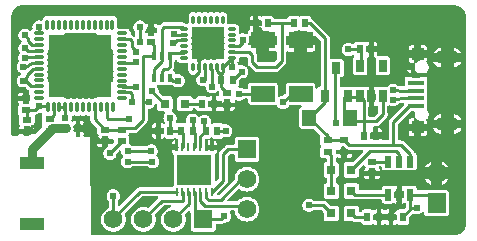
<source format=gtl>
G04 Layer: TopLayer*
G04 EasyEDA v6.5.14, 2022-08-24 17:06:53*
G04 77cd11f6e3b44a54979dfea80d6f7020,401f954c81374b6587e5d63e119e93f9,10*
G04 Gerber Generator version 0.2*
G04 Scale: 100 percent, Rotated: No, Reflected: No *
G04 Dimensions in millimeters *
G04 leading zeros omitted , absolute positions ,4 integer and 5 decimal *
%FSLAX45Y45*%
%MOMM*%

%ADD10C,0.2540*%
%ADD11C,0.7500*%
%ADD12R,0.7000X1.1000*%
%ADD13R,0.8000X0.8000*%
%ADD14R,0.4200X0.7000*%
%ADD15R,0.8000X1.0000*%
%ADD16R,0.5500X1.0000*%
%ADD17R,1.3500X0.4000*%
%ADD18R,1.0000X1.0000*%
%ADD19O,0.2800096X0.7999984*%
%ADD20O,0.7999984X0.2800096*%
%ADD21R,2.7000X2.7000*%
%ADD22R,0.2794X0.6500*%
%ADD23R,3.0000X2.6000*%
%ADD24R,2.0000X1.3500*%
%ADD25R,0.5000X0.8000*%
%ADD26R,0.8000X0.5000*%
%ADD27R,1.2000X1.4000*%
%ADD28R,2.0000X1.0000*%
%ADD29O,0.2800096X0.9999979999999999*%
%ADD30O,0.9999979999999999X0.2800096*%
%ADD31R,5.3000X5.3000*%
%ADD32O,1.9999959999999999X1.1999976*%
%ADD33R,1.5748X1.7000*%
%ADD34C,1.7000*%
%ADD35C,1.5748*%
%ADD36R,1.5748X1.5748*%
%ADD37C,0.6110*%
%ADD38C,0.6100*%
%ADD39C,0.6200*%
%ADD40C,1.0000*%
%ADD41C,0.0189*%

%LPD*%
G36*
X-1271879Y676605D02*
G01*
X-1275740Y678383D01*
X-1278585Y681532D01*
X-1279855Y685546D01*
X-1280668Y693623D01*
X-1282700Y700328D01*
X-1283106Y703275D01*
X-1283106Y735634D01*
X-1282446Y739292D01*
X-1280515Y742442D01*
X-1277518Y744677D01*
X-1273962Y745744D01*
X-1267409Y745896D01*
X-1267409Y786028D01*
X-1320139Y786028D01*
X-1324356Y786942D01*
X-1327759Y789482D01*
X-1329842Y793242D01*
X-1331976Y800150D01*
X-1334617Y805129D01*
X-1335684Y808228D01*
X-1335684Y811580D01*
X-1334617Y814679D01*
X-1331976Y819658D01*
X-1329690Y827125D01*
X-1328928Y834898D01*
X-1329690Y842670D01*
X-1331976Y850137D01*
X-1334617Y855065D01*
X-1335684Y858215D01*
X-1335684Y861517D01*
X-1334617Y864666D01*
X-1331976Y869645D01*
X-1329690Y877112D01*
X-1328928Y884885D01*
X-1329690Y892657D01*
X-1331976Y900125D01*
X-1334617Y905103D01*
X-1335684Y908253D01*
X-1335684Y911555D01*
X-1334617Y914704D01*
X-1331976Y919632D01*
X-1329893Y926490D01*
X-1327810Y930249D01*
X-1324356Y932789D01*
X-1320190Y933703D01*
X-1267409Y933703D01*
X-1267409Y985621D01*
X-1266494Y989787D01*
X-1263954Y993241D01*
X-1260195Y995324D01*
X-1254506Y997051D01*
X-1249578Y999693D01*
X-1246428Y1000760D01*
X-1243126Y1000760D01*
X-1239977Y999693D01*
X-1234998Y997051D01*
X-1227531Y994765D01*
X-1219758Y994003D01*
X-1211986Y994765D01*
X-1204518Y997051D01*
X-1199540Y999693D01*
X-1196441Y1000760D01*
X-1193088Y1000760D01*
X-1189990Y999693D01*
X-1185011Y997051D01*
X-1177544Y994765D01*
X-1169771Y994003D01*
X-1161999Y994765D01*
X-1154531Y997051D01*
X-1149553Y999693D01*
X-1146403Y1000760D01*
X-1143101Y1000760D01*
X-1139952Y999693D01*
X-1135024Y997051D01*
X-1126896Y994562D01*
X-1123137Y992479D01*
X-1120597Y989076D01*
X-1119682Y984859D01*
X-1119682Y933703D01*
X-1069441Y933703D01*
X-1065225Y932789D01*
X-1061770Y930249D01*
X-1059688Y926490D01*
X-1057605Y919632D01*
X-1054963Y914653D01*
X-1053896Y911555D01*
X-1053896Y908202D01*
X-1054963Y905103D01*
X-1057605Y900125D01*
X-1059891Y892657D01*
X-1060653Y884885D01*
X-1059891Y877112D01*
X-1057605Y869645D01*
X-1054963Y864717D01*
X-1053896Y861568D01*
X-1053896Y858266D01*
X-1054963Y855116D01*
X-1057605Y850137D01*
X-1059891Y842670D01*
X-1060653Y834898D01*
X-1059891Y827125D01*
X-1057605Y819658D01*
X-1054963Y814679D01*
X-1053896Y811530D01*
X-1053896Y808228D01*
X-1054963Y805078D01*
X-1057605Y800150D01*
X-1059688Y793242D01*
X-1061770Y789482D01*
X-1065225Y786942D01*
X-1069441Y786028D01*
X-1119682Y786028D01*
X-1119682Y734872D01*
X-1120597Y730656D01*
X-1123137Y727252D01*
X-1126896Y725170D01*
X-1135024Y722680D01*
X-1139952Y720039D01*
X-1143101Y718972D01*
X-1146403Y718972D01*
X-1149553Y720039D01*
X-1154531Y722680D01*
X-1161999Y724966D01*
X-1169771Y725728D01*
X-1177544Y724966D01*
X-1185011Y722680D01*
X-1189990Y720039D01*
X-1193088Y718972D01*
X-1196441Y718972D01*
X-1199540Y720039D01*
X-1204518Y722680D01*
X-1211986Y724966D01*
X-1219758Y725728D01*
X-1227531Y724966D01*
X-1234998Y722680D01*
X-1241907Y719023D01*
X-1247952Y714044D01*
X-1249375Y712266D01*
X-1252575Y709676D01*
X-1256436Y708660D01*
X-1256436Y703122D01*
X-1256842Y700176D01*
X-1258824Y693623D01*
X-1259636Y685546D01*
X-1260906Y681532D01*
X-1263751Y678383D01*
X-1267612Y676605D01*
G37*

%LPD*%
G36*
X-1271219Y600303D02*
G01*
X-1275588Y600506D01*
X-1279499Y602538D01*
X-1282192Y606044D01*
X-1283106Y610311D01*
X-1283106Y616458D01*
X-1282700Y619404D01*
X-1280668Y626110D01*
X-1279855Y634187D01*
X-1278585Y638200D01*
X-1275740Y641350D01*
X-1271879Y643128D01*
X-1267612Y643128D01*
X-1263751Y641350D01*
X-1260906Y638200D01*
X-1259636Y634187D01*
X-1258316Y622808D01*
X-1258316Y612902D01*
X-1259027Y609142D01*
X-1261059Y605891D01*
X-1264158Y603656D01*
X-1267155Y602030D01*
G37*

%LPD*%
G36*
X-592175Y407263D02*
G01*
X-596544Y407416D01*
X-600456Y409448D01*
X-603148Y412953D01*
X-604113Y417271D01*
X-604113Y501904D01*
X-604824Y508254D01*
X-606704Y513689D01*
X-609803Y518617D01*
X-613867Y522681D01*
X-618794Y525780D01*
X-624230Y527710D01*
X-630580Y528421D01*
X-829411Y528421D01*
X-835761Y527710D01*
X-841197Y525780D01*
X-846124Y522681D01*
X-850188Y518617D01*
X-853287Y513689D01*
X-855218Y508254D01*
X-855929Y501904D01*
X-855929Y483768D01*
X-856691Y479856D01*
X-858875Y476605D01*
X-862177Y474370D01*
X-866089Y473608D01*
X-891082Y473608D01*
X-894130Y474065D01*
X-896924Y475437D01*
X-901801Y478840D01*
X-910691Y483006D01*
X-920191Y485546D01*
X-927404Y486206D01*
X-930960Y487172D01*
X-933958Y489356D01*
X-935939Y492455D01*
X-936701Y496011D01*
X-936142Y499668D01*
X-934516Y504240D01*
X-933805Y510590D01*
X-933805Y542086D01*
X-933043Y545998D01*
X-930859Y549300D01*
X-919327Y560781D01*
X-915619Y563168D01*
X-900226Y564489D01*
X-890727Y567029D01*
X-881837Y571195D01*
X-873760Y576783D01*
X-866800Y583742D01*
X-861212Y591820D01*
X-857046Y600710D01*
X-854506Y610209D01*
X-853643Y619963D01*
X-854506Y629767D01*
X-857046Y639267D01*
X-861212Y648157D01*
X-866800Y656234D01*
X-873760Y663194D01*
X-881837Y668782D01*
X-890727Y672947D01*
X-900226Y675487D01*
X-909980Y676351D01*
X-919784Y675487D01*
X-925271Y674014D01*
X-928776Y673709D01*
X-932180Y674624D01*
X-935075Y676656D01*
X-937107Y679551D01*
X-941120Y688187D01*
X-943762Y691997D01*
X-945337Y695401D01*
X-945540Y699211D01*
X-944321Y702767D01*
X-940612Y706729D01*
X-935634Y712774D01*
X-931976Y719632D01*
X-929690Y727100D01*
X-928522Y739394D01*
X-926388Y743051D01*
X-922985Y745490D01*
X-918870Y746353D01*
X-868781Y746353D01*
X-864869Y745591D01*
X-861568Y743407D01*
X-859383Y740105D01*
X-858621Y736193D01*
X-858621Y700481D01*
X-857808Y692454D01*
X-855624Y685241D01*
X-852068Y678586D01*
X-846937Y672338D01*
X-807669Y633069D01*
X-801420Y627938D01*
X-794766Y624382D01*
X-787501Y622198D01*
X-779526Y621385D01*
X-620522Y621385D01*
X-612495Y622198D01*
X-605231Y624382D01*
X-598576Y627938D01*
X-592328Y633069D01*
X-543052Y682345D01*
X-537921Y688594D01*
X-534365Y695248D01*
X-532180Y702462D01*
X-531368Y710488D01*
X-531368Y783386D01*
X-530656Y787146D01*
X-528574Y790397D01*
X-525424Y792632D01*
X-521665Y793546D01*
X-517855Y792988D01*
X-515721Y792226D01*
X-509371Y791514D01*
X-466293Y791514D01*
X-466293Y844803D01*
X-521208Y844803D01*
X-525119Y845566D01*
X-528421Y847801D01*
X-530606Y851052D01*
X-531368Y854964D01*
X-531368Y914857D01*
X-530606Y918718D01*
X-528421Y922019D01*
X-525119Y924204D01*
X-521208Y925017D01*
X-466293Y925017D01*
X-466293Y953922D01*
X-465531Y957834D01*
X-463346Y961136D01*
X-460044Y963320D01*
X-456133Y964082D01*
X-445566Y964082D01*
X-439216Y964793D01*
X-433781Y966724D01*
X-428853Y969771D01*
X-427177Y971499D01*
X-423875Y973683D01*
X-419963Y974496D01*
X-416102Y973683D01*
X-412800Y971499D01*
X-411124Y969771D01*
X-406196Y966724D01*
X-400761Y964793D01*
X-394411Y964082D01*
X-363778Y964082D01*
X-359867Y963320D01*
X-356565Y961136D01*
X-354380Y957834D01*
X-353618Y953922D01*
X-353618Y925017D01*
X-283819Y925017D01*
X-279908Y924204D01*
X-276606Y922019D01*
X-244297Y889660D01*
X-242062Y886409D01*
X-241300Y882497D01*
X-241300Y503834D01*
X-242163Y499770D01*
X-244551Y496417D01*
X-248107Y494233D01*
X-254050Y492201D01*
X-258927Y489102D01*
X-263042Y485038D01*
X-265277Y481431D01*
X-268325Y478332D01*
X-272389Y476758D01*
X-276707Y477062D01*
X-280517Y479145D01*
X-283108Y482600D01*
X-284022Y486816D01*
X-284022Y501802D01*
X-284784Y508152D01*
X-286664Y513588D01*
X-289763Y518515D01*
X-293827Y522579D01*
X-298754Y525678D01*
X-304190Y527558D01*
X-310540Y528269D01*
X-509371Y528269D01*
X-515721Y527558D01*
X-521157Y525678D01*
X-526084Y522579D01*
X-530148Y518515D01*
X-533247Y513588D01*
X-535127Y508152D01*
X-535838Y501802D01*
X-535838Y442925D01*
X-536651Y439064D01*
X-538835Y435762D01*
X-555396Y419201D01*
X-558292Y417169D01*
X-561695Y416255D01*
X-569772Y415543D01*
X-579272Y413004D01*
G37*

%LPC*%
G36*
X-353618Y791514D02*
G01*
X-310540Y791514D01*
X-304190Y792226D01*
X-298754Y794105D01*
X-293827Y797204D01*
X-289763Y801268D01*
X-286664Y806196D01*
X-284784Y811631D01*
X-284022Y817981D01*
X-284022Y844803D01*
X-353618Y844803D01*
G37*

%LPD*%
G36*
X-2378100Y389128D02*
G01*
X-2381250Y390194D01*
X-2386228Y392836D01*
X-2393696Y395122D01*
X-2406599Y396240D01*
X-2410256Y398373D01*
X-2412695Y401777D01*
X-2413558Y405892D01*
X-2413558Y531164D01*
X-2539187Y531164D01*
X-2543302Y532028D01*
X-2546705Y534517D01*
X-2548839Y538124D01*
X-2549296Y542340D01*
X-2548839Y546811D01*
X-2549652Y554583D01*
X-2551887Y562102D01*
X-2554579Y567080D01*
X-2555595Y570179D01*
X-2555595Y573481D01*
X-2554579Y576630D01*
X-2551887Y581609D01*
X-2549652Y589076D01*
X-2548839Y596849D01*
X-2549652Y604621D01*
X-2551887Y612140D01*
X-2554579Y617118D01*
X-2555595Y620217D01*
X-2555595Y623519D01*
X-2554579Y626668D01*
X-2551887Y631647D01*
X-2549652Y639114D01*
X-2548839Y646887D01*
X-2549652Y654659D01*
X-2551887Y662178D01*
X-2554478Y667004D01*
X-2555544Y670153D01*
X-2555544Y673455D01*
X-2554478Y676605D01*
X-2551887Y681431D01*
X-2549652Y688898D01*
X-2548839Y696671D01*
X-2549652Y704443D01*
X-2551887Y711962D01*
X-2554579Y716940D01*
X-2555595Y720039D01*
X-2555595Y723341D01*
X-2554579Y726490D01*
X-2551887Y731469D01*
X-2549652Y738936D01*
X-2548839Y746709D01*
X-2549652Y754481D01*
X-2551887Y762000D01*
X-2554579Y766978D01*
X-2555595Y770077D01*
X-2555595Y773379D01*
X-2554579Y776528D01*
X-2551887Y781507D01*
X-2549652Y788974D01*
X-2548483Y801878D01*
X-2546350Y805535D01*
X-2542946Y807974D01*
X-2538831Y808888D01*
X-2413558Y808888D01*
X-2413558Y934008D01*
X-2412898Y937666D01*
X-2410917Y940866D01*
X-2407920Y943102D01*
X-2404313Y944118D01*
X-2395169Y944930D01*
X-2387752Y947166D01*
X-2382774Y949858D01*
X-2379624Y950925D01*
X-2376322Y950925D01*
X-2373172Y949858D01*
X-2368194Y947166D01*
X-2360726Y944930D01*
X-2352954Y944168D01*
X-2345182Y944930D01*
X-2337714Y947166D01*
X-2332736Y949858D01*
X-2329586Y950925D01*
X-2326284Y950925D01*
X-2323134Y949858D01*
X-2318156Y947166D01*
X-2310688Y944930D01*
X-2302916Y944168D01*
X-2295144Y944930D01*
X-2287676Y947166D01*
X-2282799Y949807D01*
X-2279700Y950823D01*
X-2276348Y950823D01*
X-2273249Y949807D01*
X-2268372Y947166D01*
X-2260904Y944930D01*
X-2253132Y944168D01*
X-2245360Y944930D01*
X-2237892Y947166D01*
X-2232914Y949858D01*
X-2229764Y950925D01*
X-2226462Y950925D01*
X-2223312Y949858D01*
X-2218334Y947166D01*
X-2210866Y944930D01*
X-2203094Y944168D01*
X-2195322Y944930D01*
X-2187854Y947166D01*
X-2182876Y949858D01*
X-2179726Y950925D01*
X-2176424Y950925D01*
X-2173274Y949858D01*
X-2168296Y947166D01*
X-2160828Y944930D01*
X-2153056Y944168D01*
X-2147011Y944727D01*
X-2142845Y944270D01*
X-2139188Y942187D01*
X-2136749Y938733D01*
X-2135886Y934618D01*
X-2135886Y808888D01*
X-2010511Y808888D01*
X-2006396Y807974D01*
X-2002993Y805535D01*
X-2000859Y801878D01*
X-2000402Y797712D01*
X-2000605Y795731D01*
X-1999792Y787958D01*
X-1997557Y780491D01*
X-1994865Y775512D01*
X-1993849Y772363D01*
X-1993849Y769061D01*
X-1994865Y765962D01*
X-1997557Y760984D01*
X-1999792Y753465D01*
X-2000605Y745693D01*
X-1999792Y737920D01*
X-1997557Y730453D01*
X-1994865Y725474D01*
X-1993849Y722325D01*
X-1993849Y719023D01*
X-1994865Y715924D01*
X-1997557Y710946D01*
X-1999792Y703427D01*
X-2000605Y695655D01*
X-1999792Y687882D01*
X-1997557Y680415D01*
X-1994966Y675589D01*
X-1993900Y672439D01*
X-1993900Y669137D01*
X-1994966Y665988D01*
X-1997557Y661162D01*
X-1999792Y653643D01*
X-2000605Y645871D01*
X-1999792Y638098D01*
X-1997557Y630631D01*
X-1994865Y625652D01*
X-1993849Y622503D01*
X-1993849Y619201D01*
X-1994865Y616102D01*
X-1997557Y611124D01*
X-1999792Y603605D01*
X-2000605Y595833D01*
X-1999792Y588060D01*
X-1997557Y580593D01*
X-1994865Y575614D01*
X-1993849Y572465D01*
X-1993849Y569163D01*
X-1994865Y566064D01*
X-1997557Y561086D01*
X-1999792Y553567D01*
X-2000605Y545795D01*
X-2000250Y542340D01*
X-2000707Y538124D01*
X-2002840Y534517D01*
X-2006244Y532028D01*
X-2010359Y531164D01*
X-2135886Y531164D01*
X-2135886Y405536D01*
X-2136749Y401421D01*
X-2139188Y398018D01*
X-2142845Y395884D01*
X-2147011Y395427D01*
X-2151532Y395884D01*
X-2159304Y395122D01*
X-2166772Y392836D01*
X-2171750Y390194D01*
X-2174900Y389128D01*
X-2178202Y389128D01*
X-2181352Y390194D01*
X-2186330Y392836D01*
X-2193798Y395122D01*
X-2201570Y395884D01*
X-2209342Y395122D01*
X-2216810Y392836D01*
X-2221788Y390194D01*
X-2224938Y389128D01*
X-2228240Y389128D01*
X-2231390Y390194D01*
X-2236368Y392836D01*
X-2243836Y395122D01*
X-2251608Y395884D01*
X-2259380Y395122D01*
X-2266848Y392836D01*
X-2271725Y390245D01*
X-2274824Y389178D01*
X-2278176Y389178D01*
X-2281275Y390245D01*
X-2286152Y392836D01*
X-2293620Y395122D01*
X-2301392Y395884D01*
X-2309164Y395122D01*
X-2316632Y392836D01*
X-2321610Y390194D01*
X-2324760Y389128D01*
X-2328062Y389128D01*
X-2331212Y390194D01*
X-2336190Y392836D01*
X-2343658Y395122D01*
X-2351430Y395884D01*
X-2359202Y395122D01*
X-2366670Y392836D01*
X-2371648Y390194D01*
X-2374798Y389128D01*
G37*

%LPD*%
G36*
X216611Y38608D02*
G01*
X212699Y39370D01*
X209397Y41605D01*
X207213Y44856D01*
X206451Y48768D01*
X206451Y53644D01*
X186334Y53644D01*
X182473Y54406D01*
X179171Y56641D01*
X176987Y59943D01*
X176174Y63804D01*
X176174Y96164D01*
X176987Y100076D01*
X179171Y103378D01*
X182473Y105562D01*
X186334Y106324D01*
X206451Y106324D01*
X206451Y151231D01*
X207213Y155143D01*
X209397Y158394D01*
X212699Y160629D01*
X216611Y161391D01*
X229514Y161391D01*
X232968Y161747D01*
X237185Y161290D01*
X240995Y158851D01*
X242620Y162204D01*
X245871Y164998D01*
X251409Y167944D01*
X257657Y173075D01*
X316941Y232359D01*
X322072Y238556D01*
X325628Y245262D01*
X327812Y252475D01*
X328574Y259994D01*
X327812Y267512D01*
X325628Y274777D01*
X324002Y278434D01*
X323697Y280924D01*
X323697Y322427D01*
X324561Y326491D01*
X326948Y329895D01*
X334619Y334416D01*
X337718Y335686D01*
X341071Y335889D01*
X344322Y335026D01*
X353009Y330962D01*
X362508Y328422D01*
X372313Y327558D01*
X382066Y328422D01*
X391566Y330962D01*
X400507Y335127D01*
X408533Y340766D01*
X418541Y350570D01*
X422452Y351993D01*
X453440Y356311D01*
X458012Y356412D01*
X461873Y355600D01*
X465175Y353415D01*
X467410Y350113D01*
X468172Y346252D01*
X467410Y342341D01*
X465175Y339039D01*
X346303Y220167D01*
X341223Y213969D01*
X337667Y207264D01*
X335432Y200050D01*
X334670Y192024D01*
X334670Y48768D01*
X333908Y44856D01*
X331673Y41605D01*
X328371Y39370D01*
X324510Y38608D01*
X286359Y38608D01*
X282448Y39370D01*
X279196Y41605D01*
X276961Y44856D01*
X276199Y48768D01*
X276199Y53644D01*
X244144Y53644D01*
X244144Y48768D01*
X243382Y44856D01*
X241147Y41605D01*
X237845Y39370D01*
X233984Y38608D01*
G37*

%LPC*%
G36*
X244144Y106324D02*
G01*
X276199Y106324D01*
X276199Y119430D01*
X275488Y125730D01*
X273558Y131216D01*
X270510Y136093D01*
X266395Y140208D01*
X261518Y143306D01*
X256032Y145186D01*
X249529Y145948D01*
X245516Y147269D01*
X244144Y148539D01*
G37*

%LPD*%
G36*
X-2171090Y-764082D02*
G01*
X-2174951Y-763320D01*
X-2178202Y-761136D01*
X-2180437Y-757885D01*
X-2181250Y-754024D01*
X-2189988Y68986D01*
X-2190953Y70002D01*
X-2239873Y70002D01*
X-2244039Y70916D01*
X-2247493Y73456D01*
X-2249576Y77216D01*
X-2249932Y81534D01*
X-2248458Y85547D01*
X-2246426Y88798D01*
X-2244496Y94234D01*
X-2243785Y100584D01*
X-2243785Y113639D01*
X-2275890Y113639D01*
X-2275890Y80162D01*
X-2276652Y76250D01*
X-2278837Y72999D01*
X-2282139Y70764D01*
X-2286050Y70002D01*
X-2303424Y70002D01*
X-2307285Y70764D01*
X-2310587Y72999D01*
X-2312771Y76250D01*
X-2313584Y80162D01*
X-2313584Y113639D01*
X-2323084Y113639D01*
X-2327351Y114604D01*
X-2330856Y117246D01*
X-2332888Y121107D01*
X-2333091Y125476D01*
X-2331567Y134772D01*
X-2331567Y145237D01*
X-2333091Y154533D01*
X-2332888Y158902D01*
X-2330856Y162763D01*
X-2327351Y165404D01*
X-2323084Y166370D01*
X-2313584Y166370D01*
X-2313584Y205892D01*
X-2319121Y205892D01*
X-2325471Y205181D01*
X-2330907Y203301D01*
X-2336393Y199847D01*
X-2340152Y198424D01*
X-2344216Y198577D01*
X-2347823Y200253D01*
X-2350566Y203250D01*
X-2351887Y207060D01*
X-2351633Y211074D01*
X-2349195Y220217D01*
X-2348331Y229971D01*
X-2348738Y234950D01*
X-2348484Y238353D01*
X-2347061Y241503D01*
X-2344674Y243992D01*
X-2341575Y245567D01*
X-2336190Y247192D01*
X-2331212Y249834D01*
X-2328062Y250901D01*
X-2324760Y250901D01*
X-2321610Y249834D01*
X-2316632Y247192D01*
X-2309164Y244906D01*
X-2301392Y244144D01*
X-2293620Y244906D01*
X-2286152Y247192D01*
X-2281275Y249783D01*
X-2278176Y250850D01*
X-2274824Y250850D01*
X-2271725Y249783D01*
X-2266848Y247192D01*
X-2259380Y244906D01*
X-2251608Y244144D01*
X-2243836Y244906D01*
X-2236368Y247192D01*
X-2231390Y249834D01*
X-2228240Y250901D01*
X-2224938Y250901D01*
X-2221788Y249834D01*
X-2216810Y247192D01*
X-2209342Y244906D01*
X-2197100Y243738D01*
X-2193493Y241604D01*
X-2191004Y238201D01*
X-2190140Y234086D01*
X-2190140Y217322D01*
X-2189327Y209296D01*
X-2187143Y202082D01*
X-2183587Y195427D01*
X-2178456Y189179D01*
X-2133600Y144272D01*
X-2131364Y140970D01*
X-2130602Y137109D01*
X-2130602Y105562D01*
X-2129891Y99263D01*
X-2127961Y93776D01*
X-2124913Y88900D01*
X-2123186Y87172D01*
X-2121001Y83870D01*
X-2120239Y80010D01*
X-2121001Y76098D01*
X-2123186Y72796D01*
X-2124913Y71120D01*
X-2127961Y66192D01*
X-2129891Y60756D01*
X-2130602Y54406D01*
X-2130602Y48869D01*
X-2091029Y48869D01*
X-2091029Y68935D01*
X-2090267Y72796D01*
X-2088083Y76098D01*
X-2084781Y78333D01*
X-2080869Y79095D01*
X-2048510Y79095D01*
X-2044598Y78333D01*
X-2041347Y76098D01*
X-2039112Y72796D01*
X-2038350Y68935D01*
X-2038350Y48869D01*
X-2000757Y48869D01*
X-1996897Y48056D01*
X-1993595Y45872D01*
X-1991410Y42570D01*
X-1990598Y38709D01*
X-1990598Y22910D01*
X-1991410Y19050D01*
X-1993595Y15747D01*
X-1995170Y14122D01*
X-1998472Y11938D01*
X-2002383Y11125D01*
X-2038350Y11125D01*
X-2038350Y-7924D01*
X-2039061Y-11684D01*
X-2041143Y-14884D01*
X-2044192Y-17119D01*
X-2052878Y-21183D01*
X-2060956Y-26822D01*
X-2067915Y-33782D01*
X-2073503Y-41808D01*
X-2077669Y-50698D01*
X-2080209Y-60198D01*
X-2081072Y-70002D01*
X-2080209Y-79806D01*
X-2077669Y-89306D01*
X-2073503Y-98196D01*
X-2067915Y-106222D01*
X-2060956Y-113182D01*
X-2052878Y-118821D01*
X-2043988Y-122986D01*
X-2034489Y-125526D01*
X-2024684Y-126390D01*
X-2014931Y-125526D01*
X-2005431Y-122986D01*
X-1996541Y-118821D01*
X-1988464Y-113182D01*
X-1981504Y-106222D01*
X-1975916Y-98196D01*
X-1971751Y-89306D01*
X-1969211Y-79806D01*
X-1968500Y-71729D01*
X-1967585Y-68326D01*
X-1965553Y-65430D01*
X-1948078Y-47955D01*
X-1944878Y-45770D01*
X-1941169Y-44958D01*
X-1937410Y-45567D01*
X-1934108Y-47548D01*
X-1931771Y-50546D01*
X-1930755Y-54254D01*
X-1930247Y-59791D01*
X-1927707Y-69291D01*
X-1923542Y-78232D01*
X-1917903Y-86258D01*
X-1916379Y-87833D01*
X-1914194Y-91135D01*
X-1913382Y-94996D01*
X-1914194Y-98907D01*
X-1916379Y-102209D01*
X-1917903Y-103733D01*
X-1923542Y-111810D01*
X-1927707Y-120700D01*
X-1930247Y-130200D01*
X-1931111Y-140004D01*
X-1930247Y-149809D01*
X-1927707Y-159308D01*
X-1923542Y-168198D01*
X-1917903Y-176276D01*
X-1910943Y-183235D01*
X-1902917Y-188874D01*
X-1893976Y-193040D01*
X-1884476Y-195580D01*
X-1874672Y-196443D01*
X-1864918Y-195580D01*
X-1855419Y-193040D01*
X-1846478Y-188874D01*
X-1838452Y-183235D01*
X-1836775Y-181559D01*
X-1833473Y-179374D01*
X-1829612Y-178612D01*
X-1709826Y-178612D01*
X-1705914Y-179374D01*
X-1702612Y-181559D01*
X-1700987Y-183235D01*
X-1692910Y-188874D01*
X-1684020Y-193040D01*
X-1674520Y-195580D01*
X-1664716Y-196443D01*
X-1654911Y-195580D01*
X-1645412Y-193040D01*
X-1636522Y-188874D01*
X-1628444Y-183235D01*
X-1621485Y-176276D01*
X-1615846Y-168198D01*
X-1611680Y-159308D01*
X-1609140Y-149809D01*
X-1608277Y-140004D01*
X-1609140Y-130200D01*
X-1611680Y-120700D01*
X-1615846Y-111810D01*
X-1621485Y-103733D01*
X-1628546Y-96723D01*
X-1630527Y-93827D01*
X-1631442Y-90424D01*
X-1631137Y-86868D01*
X-1629664Y-83718D01*
X-1625854Y-78232D01*
X-1621688Y-69291D01*
X-1619148Y-59791D01*
X-1618284Y-50038D01*
X-1619148Y-40233D01*
X-1621688Y-30733D01*
X-1625854Y-21793D01*
X-1631492Y-13766D01*
X-1638452Y-6807D01*
X-1646478Y-1168D01*
X-1655419Y2997D01*
X-1664919Y5537D01*
X-1674672Y6400D01*
X-1684477Y5537D01*
X-1693976Y2997D01*
X-1702917Y-1168D01*
X-1710943Y-6807D01*
X-1712569Y-8432D01*
X-1715871Y-10617D01*
X-1719783Y-11379D01*
X-1829612Y-11379D01*
X-1833524Y-10617D01*
X-1836826Y-8432D01*
X-1838452Y-6807D01*
X-1846478Y-1168D01*
X-1852930Y1879D01*
X-1856028Y4114D01*
X-1858060Y7315D01*
X-1858822Y11074D01*
X-1858822Y54457D01*
X-1859534Y60756D01*
X-1861413Y66243D01*
X-1864512Y71120D01*
X-1866188Y72847D01*
X-1868424Y76149D01*
X-1869186Y80010D01*
X-1868424Y83921D01*
X-1866188Y87223D01*
X-1864512Y88900D01*
X-1859025Y98145D01*
X-1855622Y100533D01*
X-1851558Y101396D01*
X-1815185Y101396D01*
X-1807210Y102209D01*
X-1799945Y104394D01*
X-1793290Y107950D01*
X-1787042Y113080D01*
X-1717751Y182372D01*
X-1712671Y188569D01*
X-1709064Y195224D01*
X-1706880Y202488D01*
X-1706118Y210515D01*
X-1706118Y297535D01*
X-1705406Y301244D01*
X-1703425Y304393D01*
X-1700428Y306679D01*
X-1696821Y307644D01*
X-1687931Y308457D01*
X-1678432Y310997D01*
X-1669491Y315163D01*
X-1661464Y320802D01*
X-1654505Y327761D01*
X-1648866Y335788D01*
X-1645107Y343865D01*
X-1642770Y347014D01*
X-1639468Y349046D01*
X-1635607Y349707D01*
X-1631797Y348894D01*
X-1628597Y346659D01*
X-1626463Y343408D01*
X-1625701Y339547D01*
X-1625701Y310591D01*
X-1624990Y304241D01*
X-1623110Y298805D01*
X-1620012Y293878D01*
X-1615948Y289814D01*
X-1611020Y286715D01*
X-1605584Y284835D01*
X-1599234Y284124D01*
X-1564538Y284124D01*
X-1560626Y283311D01*
X-1557375Y281127D01*
X-1555140Y277825D01*
X-1554378Y273964D01*
X-1555140Y270052D01*
X-1563522Y258165D01*
X-1567688Y249275D01*
X-1570228Y239775D01*
X-1571091Y229971D01*
X-1570228Y220217D01*
X-1567688Y210718D01*
X-1563522Y201828D01*
X-1556156Y191211D01*
X-1554683Y187248D01*
X-1554886Y183032D01*
X-1556816Y179273D01*
X-1560118Y176631D01*
X-1564182Y175514D01*
X-1568348Y176225D01*
X-1571904Y178511D01*
X-1573580Y180187D01*
X-1578508Y183286D01*
X-1583944Y185216D01*
X-1590294Y185928D01*
X-1595882Y185928D01*
X-1595882Y146354D01*
X-1575765Y146354D01*
X-1571904Y145592D01*
X-1568602Y143357D01*
X-1566418Y140055D01*
X-1565605Y136194D01*
X-1565605Y103784D01*
X-1566418Y99923D01*
X-1568602Y96621D01*
X-1571904Y94437D01*
X-1575765Y93624D01*
X-1595882Y93624D01*
X-1595882Y54102D01*
X-1590294Y54102D01*
X-1583944Y54813D01*
X-1578508Y56692D01*
X-1573580Y59791D01*
X-1571904Y61518D01*
X-1568602Y63703D01*
X-1564690Y64465D01*
X-1560830Y63703D01*
X-1557528Y61518D01*
X-1555851Y59791D01*
X-1550924Y56692D01*
X-1545488Y54813D01*
X-1539138Y54102D01*
X-1491284Y54102D01*
X-1487068Y53187D01*
X-1483563Y50546D01*
X-1482344Y48209D01*
X-1482445Y50038D01*
X-1480921Y54102D01*
X-1477822Y57150D01*
X-1475130Y58826D01*
X-1471574Y60248D01*
X-1467815Y60248D01*
X-1464310Y58826D01*
X-1460957Y56540D01*
X-1453743Y54406D01*
X-1450086Y52324D01*
X-1447546Y48920D01*
X-1446682Y44754D01*
X-1446682Y27076D01*
X-1447241Y23723D01*
X-1449171Y18237D01*
X-1449882Y11887D01*
X-1449882Y-43942D01*
X-1450543Y-47548D01*
X-1452473Y-50698D01*
X-1455369Y-52984D01*
X-1458874Y-54051D01*
X-1462024Y-54406D01*
X-1466240Y-54000D01*
X-1469948Y-51866D01*
X-1472438Y-48463D01*
X-1473352Y-44297D01*
X-1473352Y-42621D01*
X-1499870Y-42621D01*
X-1499870Y-51968D01*
X-1499158Y-58267D01*
X-1497279Y-63754D01*
X-1494231Y-68580D01*
X-1488998Y-73710D01*
X-1486712Y-77012D01*
X-1485900Y-80975D01*
X-1485900Y-339090D01*
X-1486712Y-343052D01*
X-1488998Y-346354D01*
X-1494231Y-351485D01*
X-1497228Y-355193D01*
X-1500225Y-356870D01*
X-1503578Y-357428D01*
X-1770227Y-357428D01*
X-1778203Y-358190D01*
X-1785467Y-360426D01*
X-1792122Y-363982D01*
X-1798370Y-369062D01*
X-1939747Y-510489D01*
X-1943049Y-512673D01*
X-1946960Y-513435D01*
X-1950821Y-512673D01*
X-1954123Y-510489D01*
X-1956307Y-507187D01*
X-1957120Y-503275D01*
X-1957120Y-476758D01*
X-1956358Y-472948D01*
X-1954275Y-469747D01*
X-1950466Y-465734D01*
X-1945081Y-457758D01*
X-1941068Y-448970D01*
X-1938680Y-439623D01*
X-1937816Y-430022D01*
X-1938680Y-420420D01*
X-1941068Y-411073D01*
X-1945081Y-402285D01*
X-1950466Y-394309D01*
X-1957120Y-387350D01*
X-1964893Y-381609D01*
X-1973529Y-377240D01*
X-1982724Y-374446D01*
X-1992274Y-373176D01*
X-2001926Y-373634D01*
X-2011375Y-375666D01*
X-2020316Y-379222D01*
X-2028545Y-384302D01*
X-2035759Y-390652D01*
X-2041855Y-398170D01*
X-2046528Y-406603D01*
X-2049729Y-415696D01*
X-2051354Y-425196D01*
X-2051354Y-434848D01*
X-2049729Y-444347D01*
X-2046528Y-453440D01*
X-2041855Y-461873D01*
X-2036572Y-468376D01*
X-2034895Y-471373D01*
X-2034336Y-474776D01*
X-2034336Y-526288D01*
X-2034997Y-529996D01*
X-2036978Y-533196D01*
X-2039975Y-535432D01*
X-2048002Y-539394D01*
X-2059381Y-547014D01*
X-2069693Y-556006D01*
X-2078736Y-566318D01*
X-2086305Y-577697D01*
X-2092350Y-589940D01*
X-2096770Y-602894D01*
X-2099462Y-616356D01*
X-2100326Y-630021D01*
X-2099462Y-643636D01*
X-2096770Y-657098D01*
X-2092350Y-670052D01*
X-2086305Y-682294D01*
X-2078736Y-693674D01*
X-2069693Y-703986D01*
X-2059381Y-712978D01*
X-2048002Y-720598D01*
X-2035759Y-726643D01*
X-2022805Y-731062D01*
X-2009343Y-733704D01*
X-1995728Y-734618D01*
X-1982063Y-733704D01*
X-1968652Y-731062D01*
X-1955647Y-726643D01*
X-1943404Y-720598D01*
X-1932025Y-712978D01*
X-1921713Y-703986D01*
X-1912721Y-693674D01*
X-1905101Y-682294D01*
X-1899056Y-670052D01*
X-1894636Y-657098D01*
X-1891995Y-643636D01*
X-1891080Y-630021D01*
X-1891995Y-616356D01*
X-1894636Y-602894D01*
X-1899056Y-589940D01*
X-1900478Y-585063D01*
X-1899818Y-580948D01*
X-1897532Y-577443D01*
X-1757680Y-437591D01*
X-1754378Y-435406D01*
X-1750517Y-434644D01*
X-1625396Y-434644D01*
X-1621536Y-435406D01*
X-1618234Y-437591D01*
X-1615998Y-440893D01*
X-1615236Y-444804D01*
X-1615998Y-448665D01*
X-1618234Y-451967D01*
X-1695653Y-529386D01*
X-1698752Y-531520D01*
X-1702358Y-532384D01*
X-1706067Y-531825D01*
X-1714652Y-528929D01*
X-1728063Y-526288D01*
X-1741728Y-525373D01*
X-1755343Y-526288D01*
X-1768805Y-528929D01*
X-1781759Y-533349D01*
X-1794002Y-539394D01*
X-1805381Y-547014D01*
X-1815693Y-556006D01*
X-1824736Y-566318D01*
X-1832305Y-577697D01*
X-1838350Y-589940D01*
X-1842770Y-602894D01*
X-1845462Y-616356D01*
X-1846325Y-630021D01*
X-1845462Y-643636D01*
X-1842770Y-657098D01*
X-1838350Y-670052D01*
X-1832305Y-682294D01*
X-1824736Y-693674D01*
X-1815693Y-703986D01*
X-1805381Y-712978D01*
X-1794002Y-720598D01*
X-1781759Y-726643D01*
X-1768805Y-731062D01*
X-1755343Y-733704D01*
X-1741728Y-734618D01*
X-1728063Y-733704D01*
X-1714652Y-731062D01*
X-1701647Y-726643D01*
X-1689404Y-720598D01*
X-1678025Y-712978D01*
X-1667713Y-703986D01*
X-1658721Y-693674D01*
X-1651101Y-682294D01*
X-1645056Y-670052D01*
X-1640636Y-657098D01*
X-1637995Y-643636D01*
X-1637080Y-630021D01*
X-1637995Y-616356D01*
X-1640636Y-602894D01*
X-1643532Y-594461D01*
X-1644040Y-590753D01*
X-1643176Y-587146D01*
X-1641093Y-584047D01*
X-1568653Y-511606D01*
X-1565351Y-509371D01*
X-1561439Y-508609D01*
X-1515821Y-508609D01*
X-1511655Y-509524D01*
X-1508252Y-512013D01*
X-1506169Y-515721D01*
X-1505712Y-519938D01*
X-1507083Y-523951D01*
X-1509928Y-527050D01*
X-1514805Y-528929D01*
X-1527759Y-533349D01*
X-1540002Y-539394D01*
X-1551381Y-547014D01*
X-1561693Y-556006D01*
X-1570736Y-566318D01*
X-1578305Y-577697D01*
X-1584350Y-589940D01*
X-1588770Y-602894D01*
X-1591462Y-616356D01*
X-1592326Y-630021D01*
X-1591462Y-643636D01*
X-1588770Y-657098D01*
X-1584350Y-670052D01*
X-1578305Y-682294D01*
X-1570736Y-693674D01*
X-1561693Y-703986D01*
X-1551381Y-712978D01*
X-1540002Y-720598D01*
X-1527759Y-726643D01*
X-1514805Y-731062D01*
X-1501343Y-733704D01*
X-1487728Y-734618D01*
X-1474063Y-733704D01*
X-1460652Y-731062D01*
X-1447647Y-726643D01*
X-1435404Y-720598D01*
X-1424025Y-712978D01*
X-1413713Y-703986D01*
X-1404721Y-693674D01*
X-1397101Y-682294D01*
X-1391056Y-670052D01*
X-1386636Y-657098D01*
X-1383995Y-643636D01*
X-1383080Y-630021D01*
X-1383995Y-616356D01*
X-1386636Y-602894D01*
X-1389532Y-594461D01*
X-1390040Y-590753D01*
X-1389176Y-587095D01*
X-1387094Y-583996D01*
X-1362405Y-559308D01*
X-1358950Y-557022D01*
X-1354836Y-556361D01*
X-1350772Y-557377D01*
X-1347520Y-559917D01*
X-1345488Y-563575D01*
X-1343304Y-570738D01*
X-1339545Y-577799D01*
X-1338681Y-580136D01*
X-1338376Y-582574D01*
X-1338376Y-708152D01*
X-1337665Y-714502D01*
X-1335735Y-719937D01*
X-1332636Y-724865D01*
X-1328572Y-728929D01*
X-1323644Y-732028D01*
X-1318209Y-733907D01*
X-1311859Y-734669D01*
X-1155547Y-734669D01*
X-1149197Y-733907D01*
X-1143762Y-732028D01*
X-1138834Y-728929D01*
X-1134770Y-724865D01*
X-1131671Y-719937D01*
X-1129792Y-714502D01*
X-1129080Y-708152D01*
X-1129080Y-678738D01*
X-1128268Y-674878D01*
X-1126083Y-671576D01*
X-1122781Y-669391D01*
X-1118920Y-668578D01*
X-1085189Y-668578D01*
X-1077163Y-667816D01*
X-1069949Y-665632D01*
X-1063294Y-662025D01*
X-1059078Y-658622D01*
X-1056487Y-657047D01*
X-1053541Y-656336D01*
X-1044905Y-655574D01*
X-1035405Y-653034D01*
X-1026515Y-648868D01*
X-1018438Y-643229D01*
X-1011478Y-636270D01*
X-1005840Y-628243D01*
X-1001674Y-619302D01*
X-999134Y-609803D01*
X-998270Y-600049D01*
X-999134Y-590245D01*
X-1001674Y-580745D01*
X-1005840Y-571804D01*
X-1006703Y-570585D01*
X-1008380Y-566521D01*
X-1008176Y-562152D01*
X-1006144Y-558241D01*
X-1002690Y-555548D01*
X-998372Y-554583D01*
X-977290Y-554583D01*
X-973836Y-555193D01*
X-970838Y-556920D01*
X-968552Y-559562D01*
X-967333Y-562762D01*
X-965657Y-570992D01*
X-961288Y-583946D01*
X-955243Y-596239D01*
X-947623Y-607618D01*
X-938580Y-617931D01*
X-928319Y-626922D01*
X-916940Y-634542D01*
X-904646Y-640588D01*
X-891692Y-645007D01*
X-878281Y-647649D01*
X-864616Y-648563D01*
X-850950Y-647649D01*
X-837539Y-645007D01*
X-824585Y-640588D01*
X-812292Y-634542D01*
X-800912Y-626922D01*
X-790651Y-617931D01*
X-781608Y-607618D01*
X-773988Y-596239D01*
X-767943Y-583946D01*
X-763574Y-570992D01*
X-760882Y-557580D01*
X-759968Y-543915D01*
X-760882Y-530250D01*
X-763574Y-516839D01*
X-767943Y-503885D01*
X-773988Y-491642D01*
X-781608Y-480263D01*
X-790651Y-469950D01*
X-800912Y-460908D01*
X-812292Y-453339D01*
X-824585Y-447293D01*
X-837539Y-442874D01*
X-850950Y-440182D01*
X-864616Y-439318D01*
X-878281Y-440182D01*
X-891692Y-442874D01*
X-904646Y-447293D01*
X-916940Y-453339D01*
X-928319Y-460908D01*
X-938580Y-469950D01*
X-942086Y-473913D01*
X-945540Y-476504D01*
X-949706Y-477367D01*
X-1019962Y-477367D01*
X-1023823Y-476605D01*
X-1027125Y-474421D01*
X-1029360Y-471119D01*
X-1030122Y-467207D01*
X-1029360Y-463346D01*
X-1027125Y-460044D01*
X-941222Y-374142D01*
X-938377Y-372160D01*
X-935024Y-371195D01*
X-931570Y-371449D01*
X-928420Y-372872D01*
X-916940Y-380542D01*
X-904646Y-386588D01*
X-891692Y-391007D01*
X-878281Y-393649D01*
X-864616Y-394563D01*
X-850950Y-393649D01*
X-837539Y-391007D01*
X-824585Y-386588D01*
X-812292Y-380542D01*
X-800912Y-372922D01*
X-790651Y-363931D01*
X-781608Y-353618D01*
X-773988Y-342239D01*
X-767943Y-329946D01*
X-763574Y-316992D01*
X-760882Y-303580D01*
X-759968Y-289915D01*
X-760882Y-276250D01*
X-763574Y-262839D01*
X-767943Y-249885D01*
X-773988Y-237642D01*
X-781608Y-226263D01*
X-790651Y-215950D01*
X-800912Y-206908D01*
X-812292Y-199339D01*
X-824585Y-193294D01*
X-837539Y-188874D01*
X-850950Y-186182D01*
X-864616Y-185318D01*
X-878281Y-186182D01*
X-891692Y-188874D01*
X-904646Y-193294D01*
X-916940Y-199339D01*
X-928319Y-206908D01*
X-938580Y-215950D01*
X-947623Y-226263D01*
X-955243Y-237642D01*
X-961288Y-249885D01*
X-965657Y-262839D01*
X-968349Y-276250D01*
X-969213Y-289356D01*
X-970076Y-292862D01*
X-972159Y-295859D01*
X-1100734Y-424434D01*
X-1103985Y-426618D01*
X-1107897Y-427380D01*
X-1109929Y-427380D01*
X-1113840Y-426618D01*
X-1117142Y-424434D01*
X-1119327Y-421132D01*
X-1120089Y-417220D01*
X-1119327Y-413359D01*
X-1117142Y-410057D01*
X-1037742Y-330657D01*
X-1032662Y-324459D01*
X-1029106Y-317804D01*
X-1026871Y-310540D01*
X-1026109Y-302514D01*
X-1026109Y-100177D01*
X-1025347Y-96316D01*
X-1023112Y-93014D01*
X-1007719Y-77571D01*
X-1004417Y-75387D01*
X-1000506Y-74625D01*
X-979424Y-74625D01*
X-975563Y-75387D01*
X-972261Y-77571D01*
X-970026Y-80873D01*
X-969264Y-84785D01*
X-969264Y-114096D01*
X-968552Y-120446D01*
X-966622Y-125882D01*
X-963574Y-130759D01*
X-959459Y-134874D01*
X-954582Y-137972D01*
X-949096Y-139852D01*
X-942797Y-140563D01*
X-786434Y-140563D01*
X-780135Y-139852D01*
X-774649Y-137972D01*
X-769772Y-134874D01*
X-765657Y-130759D01*
X-762609Y-125882D01*
X-760679Y-120446D01*
X-759968Y-114096D01*
X-759968Y42214D01*
X-760679Y48564D01*
X-762609Y54000D01*
X-765657Y58928D01*
X-769772Y62991D01*
X-774649Y66090D01*
X-780135Y68021D01*
X-786434Y68732D01*
X-942797Y68732D01*
X-949096Y68021D01*
X-954582Y66090D01*
X-959459Y62991D01*
X-963574Y58928D01*
X-966622Y54000D01*
X-968552Y48564D01*
X-969264Y42214D01*
X-969264Y12750D01*
X-970026Y8890D01*
X-972261Y5588D01*
X-975563Y3403D01*
X-979424Y2590D01*
X-1020216Y2590D01*
X-1028242Y1828D01*
X-1035456Y-355D01*
X-1042111Y-3962D01*
X-1048359Y-9042D01*
X-1091641Y-52324D01*
X-1096772Y-58572D01*
X-1100328Y-65227D01*
X-1102512Y-72491D01*
X-1103325Y-80467D01*
X-1103325Y-282854D01*
X-1104087Y-286715D01*
X-1106322Y-290017D01*
X-1116736Y-300482D01*
X-1120038Y-302666D01*
X-1123950Y-303428D01*
X-1127810Y-302666D01*
X-1131112Y-300482D01*
X-1133348Y-297180D01*
X-1134110Y-293268D01*
X-1134110Y-80975D01*
X-1133297Y-77012D01*
X-1131062Y-73710D01*
X-1125778Y-68580D01*
X-1122730Y-63754D01*
X-1120851Y-58267D01*
X-1120140Y-51968D01*
X-1120140Y-42621D01*
X-1146657Y-42621D01*
X-1146657Y-44297D01*
X-1147470Y-48310D01*
X-1149858Y-51663D01*
X-1153363Y-53848D01*
X-1157376Y-54457D01*
X-1163726Y-54102D01*
X-1167434Y-53136D01*
X-1170584Y-50901D01*
X-1172616Y-47701D01*
X-1173327Y-42621D01*
X-1196644Y-42621D01*
X-1197406Y-47853D01*
X-1199642Y-51104D01*
X-1202944Y-53340D01*
X-1206804Y-54102D01*
X-1209954Y-54102D01*
X-1213866Y-53340D01*
X-1217168Y-51104D01*
X-1219352Y-47853D01*
X-1220114Y-43942D01*
X-1220063Y-24739D01*
X-1219098Y-15494D01*
X-1219098Y43942D01*
X-1218336Y47802D01*
X-1216101Y51104D01*
X-1212850Y53340D01*
X-1208938Y54102D01*
X-1206804Y54102D01*
X-1202944Y53340D01*
X-1199642Y51104D01*
X-1197406Y47802D01*
X-1196644Y43942D01*
X-1196644Y2590D01*
X-1173327Y2590D01*
X-1173327Y38404D01*
X-1177340Y39674D01*
X-1180490Y42418D01*
X-1182319Y46177D01*
X-1182420Y50342D01*
X-1180846Y54254D01*
X-1177848Y57150D01*
X-1173632Y59791D01*
X-1171905Y61518D01*
X-1168603Y63703D01*
X-1164742Y64465D01*
X-1160830Y63703D01*
X-1157528Y61518D01*
X-1155852Y59791D01*
X-1151432Y57048D01*
X-1148892Y54762D01*
X-1147216Y51765D01*
X-1146657Y48412D01*
X-1146657Y2590D01*
X-1120140Y2590D01*
X-1120140Y11887D01*
X-1120851Y18237D01*
X-1122730Y23672D01*
X-1125829Y28600D01*
X-1129893Y32664D01*
X-1134110Y35356D01*
X-1137208Y38354D01*
X-1138783Y42418D01*
X-1138478Y46736D01*
X-1136446Y50546D01*
X-1132941Y53187D01*
X-1128725Y54102D01*
X-1090269Y54102D01*
X-1083970Y54813D01*
X-1078484Y56743D01*
X-1073607Y59791D01*
X-1070051Y63398D01*
X-1067155Y65379D01*
X-1063752Y66294D01*
X-1060196Y65989D01*
X-1054506Y64465D01*
X-1044702Y63601D01*
X-1034897Y64465D01*
X-1025398Y67005D01*
X-1016508Y71170D01*
X-1008481Y76809D01*
X-1001521Y83769D01*
X-995883Y91795D01*
X-991717Y100685D01*
X-989177Y110185D01*
X-988314Y119989D01*
X-989177Y129794D01*
X-991717Y139293D01*
X-995883Y148183D01*
X-1001521Y156210D01*
X-1008481Y163169D01*
X-1016508Y168808D01*
X-1025398Y172974D01*
X-1034897Y175514D01*
X-1044702Y176377D01*
X-1054506Y175514D01*
X-1060196Y173990D01*
X-1063701Y173685D01*
X-1067104Y174599D01*
X-1070000Y176580D01*
X-1073607Y180187D01*
X-1078484Y183286D01*
X-1083970Y185216D01*
X-1090269Y185928D01*
X-1139139Y185928D01*
X-1145489Y185216D01*
X-1150924Y183286D01*
X-1153515Y181660D01*
X-1157732Y180187D01*
X-1162202Y180644D01*
X-1166012Y182981D01*
X-1168450Y186690D01*
X-1169060Y191160D01*
X-1168298Y199999D01*
X-1169162Y209804D01*
X-1171702Y219303D01*
X-1175867Y228193D01*
X-1181506Y236270D01*
X-1188466Y243230D01*
X-1196492Y248869D01*
X-1205433Y253034D01*
X-1214932Y255574D01*
X-1224686Y256438D01*
X-1234490Y255574D01*
X-1243990Y253034D01*
X-1252931Y248869D01*
X-1260957Y243230D01*
X-1263243Y240944D01*
X-1266952Y238607D01*
X-1271320Y238048D01*
X-1275486Y239369D01*
X-1278737Y242316D01*
X-1281480Y246227D01*
X-1288440Y253187D01*
X-1296517Y258825D01*
X-1305407Y262991D01*
X-1314907Y265531D01*
X-1324711Y266395D01*
X-1334516Y265531D01*
X-1344015Y262991D01*
X-1352905Y258825D01*
X-1360982Y253187D01*
X-1367942Y246227D01*
X-1373581Y238201D01*
X-1377746Y229260D01*
X-1380286Y219760D01*
X-1381150Y209956D01*
X-1380286Y200202D01*
X-1379423Y196951D01*
X-1379220Y192582D01*
X-1380845Y188518D01*
X-1384096Y185572D01*
X-1388211Y184200D01*
X-1392580Y184708D01*
X-1393952Y185216D01*
X-1400251Y185928D01*
X-1449120Y185928D01*
X-1456588Y185064D01*
X-1460855Y185470D01*
X-1464513Y187604D01*
X-1467053Y191109D01*
X-1467866Y195275D01*
X-1466951Y199440D01*
X-1461719Y210718D01*
X-1459179Y220217D01*
X-1458315Y229971D01*
X-1459179Y239775D01*
X-1461719Y249275D01*
X-1465884Y258165D01*
X-1471523Y266242D01*
X-1478483Y273202D01*
X-1486509Y278790D01*
X-1493520Y282092D01*
X-1496923Y284683D01*
X-1499006Y288442D01*
X-1499311Y292709D01*
X-1497838Y296722D01*
X-1496517Y298805D01*
X-1494637Y304241D01*
X-1493926Y310591D01*
X-1493926Y389432D01*
X-1494637Y395782D01*
X-1496517Y401218D01*
X-1499616Y406146D01*
X-1503680Y410209D01*
X-1508607Y413308D01*
X-1514043Y415188D01*
X-1520393Y415899D01*
X-1570837Y415899D01*
X-1574698Y416712D01*
X-1578000Y418896D01*
X-1608480Y449376D01*
X-1610512Y452272D01*
X-1611426Y455676D01*
X-1612138Y463804D01*
X-1614678Y473303D01*
X-1618843Y482193D01*
X-1624482Y490270D01*
X-1625752Y491490D01*
X-1627987Y494893D01*
X-1628698Y498906D01*
X-1627784Y502869D01*
X-1625396Y506171D01*
X-1620520Y508762D01*
X-1617167Y509320D01*
X-1613814Y508762D01*
X-1611426Y507898D01*
X-1605127Y507187D01*
X-1564233Y507187D01*
X-1557934Y507898D01*
X-1555546Y508762D01*
X-1552194Y509320D01*
X-1548841Y508762D01*
X-1546453Y507898D01*
X-1540103Y507187D01*
X-1506067Y507187D01*
X-1501241Y506171D01*
X-1491894Y505358D01*
X-1488490Y504443D01*
X-1485595Y502412D01*
X-1483969Y500786D01*
X-1475892Y495147D01*
X-1467002Y490982D01*
X-1457502Y488442D01*
X-1447698Y487578D01*
X-1437894Y488442D01*
X-1428394Y490982D01*
X-1419504Y495147D01*
X-1411427Y500786D01*
X-1404467Y507746D01*
X-1398828Y515772D01*
X-1394663Y524713D01*
X-1392123Y534212D01*
X-1391259Y543966D01*
X-1392123Y553770D01*
X-1394663Y563270D01*
X-1398828Y572211D01*
X-1404467Y580237D01*
X-1411427Y587197D01*
X-1419504Y592836D01*
X-1428394Y597001D01*
X-1437894Y599541D01*
X-1447698Y600405D01*
X-1457502Y599541D01*
X-1460601Y598728D01*
X-1464919Y598525D01*
X-1468932Y600151D01*
X-1471930Y603300D01*
X-1473301Y607415D01*
X-1473504Y608888D01*
X-1475384Y614324D01*
X-1478483Y619252D01*
X-1482598Y623316D01*
X-1485290Y625043D01*
X-1488338Y627989D01*
X-1489913Y632002D01*
X-1489710Y636270D01*
X-1487728Y640080D01*
X-1485595Y642670D01*
X-1482039Y649325D01*
X-1479854Y656539D01*
X-1479092Y665581D01*
X-1479804Y695756D01*
X-1479448Y698703D01*
X-1478229Y701395D01*
X-1475435Y705866D01*
X-1473149Y712470D01*
X-1471168Y715873D01*
X-1468069Y718210D01*
X-1464310Y719277D01*
X-1460449Y718820D01*
X-1457045Y716940D01*
X-1453946Y712774D01*
X-1448968Y706729D01*
X-1442923Y701751D01*
X-1436065Y698093D01*
X-1428597Y695807D01*
X-1420317Y694994D01*
X-1369822Y694994D01*
X-1365910Y694232D01*
X-1362659Y691997D01*
X-1360424Y688695D01*
X-1359662Y684834D01*
X-1359662Y634390D01*
X-1358849Y626110D01*
X-1356563Y618591D01*
X-1352905Y611733D01*
X-1347927Y605688D01*
X-1341882Y600710D01*
X-1335024Y597052D01*
X-1327505Y594766D01*
X-1319733Y594004D01*
X-1311960Y594766D01*
X-1304493Y597052D01*
X-1299565Y599694D01*
X-1296416Y600760D01*
X-1293114Y600760D01*
X-1288694Y598982D01*
X-1285443Y596239D01*
X-1283614Y592429D01*
X-1283512Y588162D01*
X-1285189Y584200D01*
X-1286560Y582218D01*
X-1290726Y573278D01*
X-1293266Y563778D01*
X-1294130Y553974D01*
X-1293266Y544220D01*
X-1290726Y534720D01*
X-1286560Y525780D01*
X-1280922Y517753D01*
X-1273962Y510793D01*
X-1265936Y505155D01*
X-1256995Y500989D01*
X-1247495Y498449D01*
X-1237691Y497585D01*
X-1227937Y498449D01*
X-1226515Y498805D01*
X-1222146Y499008D01*
X-1218082Y497332D01*
X-1215085Y494080D01*
X-1213764Y489864D01*
X-1213256Y484225D01*
X-1210716Y474726D01*
X-1206550Y465785D01*
X-1200912Y457758D01*
X-1193952Y450799D01*
X-1185926Y445160D01*
X-1176985Y440994D01*
X-1167485Y438454D01*
X-1157681Y437591D01*
X-1147927Y438454D01*
X-1138428Y440994D01*
X-1129487Y445160D01*
X-1121460Y450799D01*
X-1117955Y454253D01*
X-1114653Y456488D01*
X-1110742Y457250D01*
X-1106881Y456488D01*
X-1103579Y454253D01*
X-1101394Y450951D01*
X-1100582Y447090D01*
X-1100582Y424840D01*
X-1101344Y421081D01*
X-1103376Y417880D01*
X-1106474Y415645D01*
X-1110132Y414731D01*
X-1120292Y415899D01*
X-1125829Y415899D01*
X-1125829Y376377D01*
X-1083614Y376377D01*
X-1079754Y375564D01*
X-1076452Y373380D01*
X-1074216Y370078D01*
X-1073454Y366217D01*
X-1073454Y358851D01*
X-1061059Y358851D01*
X-1061059Y378917D01*
X-1060297Y382828D01*
X-1058062Y386130D01*
X-1054760Y388315D01*
X-1050899Y389077D01*
X-1018489Y389077D01*
X-1014628Y388315D01*
X-1011326Y386130D01*
X-1009142Y382828D01*
X-1008329Y378917D01*
X-1008329Y358851D01*
X-968806Y358851D01*
X-968806Y364439D01*
X-969314Y369265D01*
X-968908Y373532D01*
X-966774Y377240D01*
X-963320Y379730D01*
X-959103Y380542D01*
X-954938Y379628D01*
X-949299Y376986D01*
X-939800Y374446D01*
X-929995Y373583D01*
X-920191Y374446D01*
X-910691Y376986D01*
X-901801Y381152D01*
X-893724Y386791D01*
X-887069Y393395D01*
X-883767Y395630D01*
X-879906Y396392D01*
X-866089Y396392D01*
X-862177Y395630D01*
X-858875Y393395D01*
X-856691Y390144D01*
X-855929Y386232D01*
X-855929Y368046D01*
X-855218Y361746D01*
X-853287Y356260D01*
X-850188Y351383D01*
X-846124Y347268D01*
X-841197Y344220D01*
X-835761Y342290D01*
X-829411Y341579D01*
X-630580Y341579D01*
X-620217Y343001D01*
X-616610Y342188D01*
X-613511Y340156D01*
X-611327Y337108D01*
X-608838Y331774D01*
X-603199Y323748D01*
X-596239Y316788D01*
X-588213Y311150D01*
X-579272Y306984D01*
X-569772Y304444D01*
X-559968Y303580D01*
X-550214Y304444D01*
X-540715Y306984D01*
X-531774Y311150D01*
X-523748Y316788D01*
X-516788Y323748D01*
X-511149Y331774D01*
X-509371Y335584D01*
X-507136Y338683D01*
X-503885Y340766D01*
X-500126Y341477D01*
X-412242Y341477D01*
X-408025Y340563D01*
X-404520Y337921D01*
X-402488Y334111D01*
X-402183Y329793D01*
X-403758Y325729D01*
X-406857Y322732D01*
X-410819Y320192D01*
X-414934Y316128D01*
X-417982Y311200D01*
X-419912Y305765D01*
X-420624Y299415D01*
X-420624Y160578D01*
X-419912Y154228D01*
X-417982Y148793D01*
X-414934Y143916D01*
X-410819Y139801D01*
X-405942Y136702D01*
X-400456Y134823D01*
X-394157Y134112D01*
X-297586Y134112D01*
X-293725Y133299D01*
X-290423Y131114D01*
X-245770Y86512D01*
X-243636Y83362D01*
X-242824Y79705D01*
X-243382Y75946D01*
X-245211Y70764D01*
X-245922Y64465D01*
X-245922Y15595D01*
X-245211Y9245D01*
X-243281Y3810D01*
X-240182Y-1117D01*
X-238506Y-2794D01*
X-236321Y-6096D01*
X-235508Y-10007D01*
X-236321Y-13868D01*
X-238506Y-17170D01*
X-240182Y-18897D01*
X-243281Y-23774D01*
X-245211Y-29260D01*
X-245922Y-35560D01*
X-245922Y-84429D01*
X-245211Y-90728D01*
X-243281Y-96215D01*
X-240182Y-101092D01*
X-236118Y-105206D01*
X-231190Y-108254D01*
X-225755Y-110185D01*
X-219405Y-110896D01*
X-198577Y-110896D01*
X-194665Y-111658D01*
X-191363Y-113893D01*
X-189179Y-117144D01*
X-188417Y-121056D01*
X-188417Y-135128D01*
X-189280Y-139192D01*
X-191668Y-142595D01*
X-195224Y-144729D01*
X-201066Y-146761D01*
X-205994Y-149860D01*
X-210058Y-153924D01*
X-213156Y-158851D01*
X-215036Y-164287D01*
X-215747Y-170637D01*
X-215747Y-249478D01*
X-215036Y-255828D01*
X-213156Y-261264D01*
X-210058Y-266192D01*
X-205994Y-270256D01*
X-201066Y-273354D01*
X-195224Y-275386D01*
X-191668Y-277520D01*
X-189280Y-280924D01*
X-188417Y-284988D01*
X-188417Y-314960D01*
X-189280Y-319024D01*
X-191668Y-322427D01*
X-195224Y-324561D01*
X-201066Y-326593D01*
X-205994Y-329692D01*
X-210058Y-333756D01*
X-213156Y-338683D01*
X-215036Y-344119D01*
X-215747Y-350469D01*
X-215747Y-429310D01*
X-215036Y-435660D01*
X-213156Y-441096D01*
X-210058Y-446024D01*
X-205994Y-450088D01*
X-201066Y-453186D01*
X-195630Y-455066D01*
X-189280Y-455777D01*
X-110439Y-455777D01*
X-104089Y-455066D01*
X-98653Y-453186D01*
X-93726Y-450088D01*
X-89662Y-446024D01*
X-86563Y-441096D01*
X-84683Y-435660D01*
X-83972Y-429310D01*
X-83972Y-350469D01*
X-84683Y-344119D01*
X-86563Y-338683D01*
X-89662Y-333756D01*
X-93726Y-329692D01*
X-98653Y-326593D01*
X-104394Y-324612D01*
X-107950Y-322427D01*
X-110337Y-319074D01*
X-111201Y-315010D01*
X-111201Y-284937D01*
X-110337Y-280873D01*
X-107950Y-277520D01*
X-104394Y-275336D01*
X-98653Y-273354D01*
X-93726Y-270256D01*
X-89662Y-266192D01*
X-86563Y-261264D01*
X-84683Y-255828D01*
X-83972Y-249478D01*
X-83972Y-170637D01*
X-84683Y-164287D01*
X-86563Y-158851D01*
X-89662Y-153924D01*
X-93726Y-149860D01*
X-98653Y-146761D01*
X-104394Y-144780D01*
X-107950Y-142646D01*
X-110337Y-139242D01*
X-111201Y-135178D01*
X-111201Y-114096D01*
X-110286Y-109931D01*
X-107696Y-106476D01*
X-103936Y-104394D01*
X-99669Y-104038D01*
X-95605Y-105511D01*
X-91236Y-108305D01*
X-85750Y-110185D01*
X-79451Y-110896D01*
X-66344Y-110896D01*
X-66344Y-78841D01*
X-103936Y-78841D01*
X-107797Y-78079D01*
X-111099Y-75895D01*
X-113334Y-72593D01*
X-114096Y-68681D01*
X-114096Y-51308D01*
X-113334Y-47396D01*
X-111099Y-44145D01*
X-107797Y-41910D01*
X-103936Y-41148D01*
X-66344Y-41148D01*
X-66344Y-21082D01*
X-65582Y-17170D01*
X-63398Y-13868D01*
X-60096Y-11684D01*
X-56184Y-10922D01*
X-47904Y-10922D01*
X-43992Y-11684D01*
X-40690Y-13868D01*
X-27635Y-26924D01*
X-21437Y-32054D01*
X-19050Y-33324D01*
X-16459Y-35306D01*
X-14630Y-37998D01*
X-13716Y-41148D01*
X29362Y-41148D01*
X32461Y-39268D01*
X36068Y-38608D01*
X112623Y-38608D01*
X116535Y-39370D01*
X119837Y-41605D01*
X122021Y-44856D01*
X122783Y-48768D01*
X122021Y-52679D01*
X119837Y-55930D01*
X34594Y-141173D01*
X31292Y-143357D01*
X27432Y-144170D01*
X-19100Y-144170D01*
X-25450Y-144881D01*
X-30886Y-146761D01*
X-35814Y-149860D01*
X-39878Y-153924D01*
X-42976Y-158851D01*
X-44856Y-164287D01*
X-45567Y-170637D01*
X-45567Y-249478D01*
X-44856Y-255828D01*
X-42976Y-261264D01*
X-39878Y-266192D01*
X-35814Y-270256D01*
X-30886Y-273354D01*
X-25450Y-275234D01*
X-19100Y-275945D01*
X59740Y-275945D01*
X66090Y-275234D01*
X71526Y-273354D01*
X76454Y-270256D01*
X80518Y-266192D01*
X83616Y-261264D01*
X85496Y-255828D01*
X86207Y-249478D01*
X86207Y-202946D01*
X87020Y-199085D01*
X89204Y-195783D01*
X114554Y-170434D01*
X117957Y-168198D01*
X121970Y-167436D01*
X125933Y-168351D01*
X129235Y-170738D01*
X131318Y-174244D01*
X132029Y-176225D01*
X135077Y-181102D01*
X136804Y-182778D01*
X138988Y-186080D01*
X139750Y-189992D01*
X138988Y-193852D01*
X136804Y-197154D01*
X135077Y-198882D01*
X132029Y-203758D01*
X130098Y-209245D01*
X129387Y-215544D01*
X129387Y-221132D01*
X168960Y-221132D01*
X168960Y-201066D01*
X169722Y-197154D01*
X171907Y-193852D01*
X175209Y-191668D01*
X179120Y-190906D01*
X211480Y-190906D01*
X215392Y-191668D01*
X218643Y-193852D01*
X220878Y-197154D01*
X221640Y-201066D01*
X221640Y-221132D01*
X261213Y-221132D01*
X261213Y-215544D01*
X260502Y-209245D01*
X258571Y-203758D01*
X255473Y-198882D01*
X253796Y-197154D01*
X251612Y-193852D01*
X250799Y-189992D01*
X251612Y-186080D01*
X253796Y-182778D01*
X255016Y-181559D01*
X258317Y-179374D01*
X262229Y-178612D01*
X266649Y-178612D01*
X270306Y-179273D01*
X273507Y-181254D01*
X275742Y-184200D01*
X276758Y-187756D01*
X277571Y-195732D01*
X279450Y-201117D01*
X282549Y-206044D01*
X286613Y-210108D01*
X291541Y-213207D01*
X296976Y-215138D01*
X303326Y-215849D01*
X357174Y-215849D01*
X363474Y-215138D01*
X368960Y-213207D01*
X372313Y-211074D01*
X375869Y-209702D01*
X379628Y-209702D01*
X383133Y-211074D01*
X386537Y-213207D01*
X391972Y-215138D01*
X398322Y-215849D01*
X452170Y-215849D01*
X458470Y-215138D01*
X463956Y-213207D01*
X467309Y-211074D01*
X470814Y-209702D01*
X474624Y-209702D01*
X478129Y-211074D01*
X481482Y-213207D01*
X486968Y-215138D01*
X493268Y-215849D01*
X547166Y-215849D01*
X553466Y-215138D01*
X558952Y-213207D01*
X563829Y-210108D01*
X567944Y-206044D01*
X570992Y-201117D01*
X572922Y-195681D01*
X573633Y-189331D01*
X573633Y-90474D01*
X572922Y-84175D01*
X570992Y-78689D01*
X567944Y-73812D01*
X563829Y-69697D01*
X557987Y-66040D01*
X556107Y-64516D01*
X552500Y-59080D01*
X547217Y-52628D01*
X467664Y26924D01*
X461416Y32054D01*
X454761Y35610D01*
X447497Y37795D01*
X439521Y38608D01*
X422046Y38608D01*
X418134Y39370D01*
X414832Y41605D01*
X412648Y44856D01*
X411886Y48768D01*
X411886Y172313D01*
X412648Y176225D01*
X414832Y179527D01*
X516483Y281127D01*
X519734Y283311D01*
X523646Y284073D01*
X548741Y284073D01*
X553008Y283159D01*
X556463Y280466D01*
X558546Y276606D01*
X558749Y272237D01*
X557479Y264922D01*
X557479Y255066D01*
X559155Y245262D01*
X561238Y239471D01*
X561797Y235661D01*
X560882Y231902D01*
X559003Y229209D01*
X561340Y229514D01*
X565302Y228396D01*
X568502Y225755D01*
X573481Y219608D01*
X580948Y213055D01*
X589381Y207873D01*
X598576Y204165D01*
X605129Y202742D01*
X608330Y201472D01*
X610920Y199237D01*
X612597Y196240D01*
X613156Y192836D01*
X613156Y181356D01*
X657707Y181356D01*
X657707Y199440D01*
X656996Y205740D01*
X655624Y209651D01*
X655066Y213309D01*
X655878Y216916D01*
X657910Y220014D01*
X661060Y223316D01*
X666597Y231546D01*
X670661Y240538D01*
X673201Y250139D01*
X674014Y259994D01*
X673201Y269849D01*
X670661Y279450D01*
X666597Y288442D01*
X662025Y295249D01*
X660704Y298043D01*
X660298Y301193D01*
X660857Y304241D01*
X661568Y310591D01*
X661568Y349453D01*
X660857Y355752D01*
X659638Y359156D01*
X659079Y362508D01*
X659638Y365861D01*
X660857Y369265D01*
X661568Y375564D01*
X661568Y414426D01*
X660857Y420725D01*
X659638Y424129D01*
X659079Y427482D01*
X659638Y430834D01*
X660857Y434238D01*
X661568Y440588D01*
X661568Y479450D01*
X660857Y485749D01*
X659638Y489153D01*
X659079Y492506D01*
X659638Y495858D01*
X660857Y499262D01*
X661568Y505561D01*
X661568Y544423D01*
X660857Y550773D01*
X659638Y554126D01*
X659079Y557479D01*
X659638Y560832D01*
X660857Y564235D01*
X661568Y570585D01*
X661568Y573633D01*
X605028Y573633D01*
X601827Y571601D01*
X598068Y570890D01*
X538226Y570890D01*
X534466Y571601D01*
X531266Y573633D01*
X474726Y573633D01*
X474726Y570585D01*
X475437Y564235D01*
X476656Y560832D01*
X477215Y557479D01*
X476656Y554126D01*
X475437Y550773D01*
X474726Y544423D01*
X474726Y508812D01*
X473913Y504799D01*
X471627Y501446D01*
X468172Y499262D01*
X464159Y498652D01*
X418947Y500634D01*
X415290Y501446D01*
X412191Y503580D01*
X408533Y507238D01*
X400507Y512876D01*
X391566Y517042D01*
X382066Y519582D01*
X372313Y520446D01*
X362508Y519582D01*
X353009Y517042D01*
X344068Y512876D01*
X336042Y507238D01*
X329082Y500278D01*
X325983Y495858D01*
X323697Y493522D01*
X320852Y492048D01*
X317652Y491490D01*
X250647Y491490D01*
X244348Y490778D01*
X240842Y489559D01*
X237490Y489000D01*
X234137Y489559D01*
X230632Y490778D01*
X224332Y491490D01*
X213766Y491490D01*
X213766Y444449D01*
X217932Y443687D01*
X221183Y441451D01*
X223418Y438200D01*
X224180Y434289D01*
X224180Y386892D01*
X223418Y383032D01*
X221183Y379730D01*
X217932Y377545D01*
X213766Y376732D01*
X213766Y329692D01*
X224332Y329692D01*
X230632Y330403D01*
X232968Y331216D01*
X236778Y331774D01*
X240538Y330860D01*
X243687Y328625D01*
X245770Y325424D01*
X246481Y321614D01*
X246481Y275285D01*
X245719Y271424D01*
X243484Y268122D01*
X216966Y241604D01*
X213664Y239369D01*
X209804Y238607D01*
X174091Y238607D01*
X170180Y239369D01*
X166878Y241604D01*
X164693Y244856D01*
X163931Y248767D01*
X163931Y319532D01*
X164439Y322834D01*
X166065Y325780D01*
X166065Y380441D01*
X164490Y382981D01*
X163779Y385927D01*
X163118Y392582D01*
X160934Y399796D01*
X157022Y407162D01*
X156108Y409448D01*
X155803Y411937D01*
X155803Y434289D01*
X156565Y438200D01*
X158800Y441451D01*
X162052Y443687D01*
X166065Y444449D01*
X166065Y491490D01*
X155448Y491490D01*
X149148Y490778D01*
X145745Y489610D01*
X142392Y489051D01*
X139039Y489610D01*
X135636Y490778D01*
X129336Y491490D01*
X60452Y491490D01*
X54152Y490778D01*
X50088Y489356D01*
X47091Y488797D01*
X44094Y489153D01*
X41300Y490372D01*
X38404Y492201D01*
X32969Y494080D01*
X26619Y494792D01*
X-52222Y494792D01*
X-58470Y494080D01*
X-65430Y491540D01*
X-69291Y490931D01*
X-73050Y491794D01*
X-76250Y494030D01*
X-78333Y497281D01*
X-79095Y501091D01*
X-79095Y562813D01*
X-78435Y566470D01*
X-76454Y569671D01*
X-73507Y571906D01*
X-69951Y572922D01*
X-61976Y573735D01*
X-56591Y575614D01*
X-51714Y578713D01*
X-47599Y582777D01*
X-44500Y587705D01*
X-42621Y593140D01*
X-41910Y599490D01*
X-41910Y698347D01*
X-42621Y704646D01*
X-44500Y710133D01*
X-47599Y715010D01*
X-51714Y719124D01*
X-56591Y722172D01*
X-62077Y724103D01*
X-68376Y724814D01*
X-147218Y724814D01*
X-152806Y724204D01*
X-157022Y724611D01*
X-160680Y726694D01*
X-163220Y730148D01*
X-164084Y734263D01*
X-164084Y902208D01*
X-164896Y910234D01*
X-167081Y917448D01*
X-170637Y924102D01*
X-175768Y930351D01*
X-302361Y1056944D01*
X-308610Y1062075D01*
X-314147Y1065072D01*
X-316738Y1067054D01*
X-318566Y1069746D01*
X-319481Y1072896D01*
X-319786Y1075740D01*
X-321716Y1081227D01*
X-324764Y1086104D01*
X-328879Y1090218D01*
X-333756Y1093266D01*
X-339242Y1095197D01*
X-345541Y1095908D01*
X-394411Y1095908D01*
X-400761Y1095197D01*
X-406196Y1093266D01*
X-411124Y1090218D01*
X-412800Y1088491D01*
X-416102Y1086307D01*
X-419963Y1085545D01*
X-423875Y1086307D01*
X-427177Y1088491D01*
X-428853Y1090218D01*
X-433781Y1093266D01*
X-439216Y1095197D01*
X-445566Y1095908D01*
X-494436Y1095908D01*
X-500735Y1095197D01*
X-506222Y1093266D01*
X-511098Y1090218D01*
X-515213Y1086104D01*
X-518261Y1081227D01*
X-520293Y1075385D01*
X-522427Y1071829D01*
X-525830Y1069441D01*
X-529894Y1068578D01*
X-630072Y1068578D01*
X-634136Y1069441D01*
X-637540Y1071829D01*
X-639673Y1075385D01*
X-641705Y1081227D01*
X-644804Y1086104D01*
X-648868Y1090218D01*
X-653796Y1093266D01*
X-659231Y1095197D01*
X-665581Y1095908D01*
X-714400Y1095908D01*
X-720750Y1095197D01*
X-726186Y1093266D01*
X-731113Y1090218D01*
X-732790Y1088491D01*
X-736092Y1086307D01*
X-740003Y1085545D01*
X-743864Y1086307D01*
X-747166Y1088491D01*
X-748893Y1090218D01*
X-753770Y1093266D01*
X-759256Y1095197D01*
X-765556Y1095908D01*
X-771144Y1095908D01*
X-771144Y1056335D01*
X-751078Y1056335D01*
X-747166Y1055573D01*
X-743864Y1053388D01*
X-741680Y1050086D01*
X-740918Y1046175D01*
X-740918Y1013815D01*
X-741680Y1009903D01*
X-743864Y1006602D01*
X-747166Y1004417D01*
X-751078Y1003655D01*
X-771144Y1003655D01*
X-771144Y998728D01*
X-750874Y998728D01*
X-747268Y998067D01*
X-744118Y996137D01*
X-741883Y993241D01*
X-740816Y989736D01*
X-740206Y984250D01*
X-738276Y978763D01*
X-735177Y973886D01*
X-731113Y969771D01*
X-726186Y966724D01*
X-720750Y964793D01*
X-714400Y964082D01*
X-683818Y964082D01*
X-679907Y963320D01*
X-676605Y961136D01*
X-674420Y957834D01*
X-673658Y953922D01*
X-673658Y925118D01*
X-618744Y925118D01*
X-614883Y924356D01*
X-611581Y922121D01*
X-609396Y918819D01*
X-608584Y914958D01*
X-608584Y855065D01*
X-609396Y851204D01*
X-611581Y847902D01*
X-614883Y845667D01*
X-618744Y844905D01*
X-673658Y844905D01*
X-673658Y791616D01*
X-630580Y791616D01*
X-624230Y792327D01*
X-622147Y793038D01*
X-618337Y793597D01*
X-614578Y792734D01*
X-611428Y790498D01*
X-609346Y787247D01*
X-608584Y783488D01*
X-608584Y730199D01*
X-609396Y726338D01*
X-611581Y723036D01*
X-633018Y701598D01*
X-636320Y699363D01*
X-640181Y698601D01*
X-759815Y698601D01*
X-763676Y699363D01*
X-766978Y701598D01*
X-778408Y713028D01*
X-780643Y716330D01*
X-781405Y720191D01*
X-781405Y759510D01*
X-782167Y767537D01*
X-784504Y775106D01*
X-785469Y777290D01*
X-786333Y781456D01*
X-786333Y844905D01*
X-843483Y844905D01*
X-847801Y845870D01*
X-851255Y848563D01*
X-853287Y852424D01*
X-853490Y856843D01*
X-847039Y870712D01*
X-844499Y880211D01*
X-843635Y889965D01*
X-844499Y899769D01*
X-848614Y914603D01*
X-847953Y918616D01*
X-845769Y922019D01*
X-842416Y924306D01*
X-838453Y925118D01*
X-786333Y925118D01*
X-786333Y943762D01*
X-798677Y943762D01*
X-802589Y944524D01*
X-805840Y946759D01*
X-808075Y950061D01*
X-808837Y953922D01*
X-808837Y1003655D01*
X-840892Y1003655D01*
X-840892Y990549D01*
X-840079Y983284D01*
X-840384Y979525D01*
X-842010Y976121D01*
X-846124Y972718D01*
X-850188Y968603D01*
X-853287Y963726D01*
X-855218Y958240D01*
X-855929Y951941D01*
X-855929Y947166D01*
X-856843Y942898D01*
X-859485Y939444D01*
X-863396Y937412D01*
X-867765Y937158D01*
X-871829Y938784D01*
X-880719Y942949D01*
X-890219Y945489D01*
X-899972Y946353D01*
X-909777Y945489D01*
X-919480Y942898D01*
X-923391Y942644D01*
X-927049Y943813D01*
X-930046Y946353D01*
X-934618Y955090D01*
X-935685Y958240D01*
X-935685Y961542D01*
X-934618Y964692D01*
X-931976Y969619D01*
X-929690Y977087D01*
X-928928Y984859D01*
X-929690Y992682D01*
X-931976Y1000150D01*
X-935634Y1007008D01*
X-940612Y1013053D01*
X-946658Y1018032D01*
X-953516Y1021689D01*
X-960983Y1023975D01*
X-969264Y1024788D01*
X-1019708Y1024788D01*
X-1023619Y1025550D01*
X-1026871Y1027785D01*
X-1029106Y1031087D01*
X-1029868Y1034948D01*
X-1029868Y1085342D01*
X-1030681Y1093622D01*
X-1032967Y1101140D01*
X-1036624Y1107998D01*
X-1041603Y1114044D01*
X-1047648Y1119022D01*
X-1054506Y1122680D01*
X-1062024Y1124966D01*
X-1069797Y1125728D01*
X-1077569Y1124966D01*
X-1085037Y1122680D01*
X-1089964Y1120038D01*
X-1093114Y1118971D01*
X-1096416Y1118971D01*
X-1099566Y1120038D01*
X-1104493Y1122680D01*
X-1111961Y1124966D01*
X-1119733Y1125728D01*
X-1127506Y1124966D01*
X-1135024Y1122680D01*
X-1139952Y1120038D01*
X-1143101Y1118971D01*
X-1146403Y1118971D01*
X-1149553Y1120038D01*
X-1154531Y1122680D01*
X-1161999Y1124966D01*
X-1169771Y1125728D01*
X-1177544Y1124966D01*
X-1185011Y1122680D01*
X-1189990Y1120038D01*
X-1193088Y1118971D01*
X-1196441Y1118971D01*
X-1199540Y1120038D01*
X-1204518Y1122680D01*
X-1211986Y1124966D01*
X-1219758Y1125728D01*
X-1227531Y1124966D01*
X-1234998Y1122680D01*
X-1239977Y1120038D01*
X-1243126Y1118971D01*
X-1246428Y1118971D01*
X-1249578Y1120038D01*
X-1254506Y1122680D01*
X-1262024Y1124966D01*
X-1269796Y1125728D01*
X-1277569Y1124966D01*
X-1285036Y1122680D01*
X-1289608Y1120241D01*
X-1292707Y1119174D01*
X-1296009Y1119174D01*
X-1299159Y1120241D01*
X-1303731Y1122680D01*
X-1311198Y1124966D01*
X-1318971Y1125728D01*
X-1326743Y1124966D01*
X-1334211Y1122680D01*
X-1341120Y1119022D01*
X-1347165Y1114044D01*
X-1352092Y1107998D01*
X-1355801Y1101140D01*
X-1358087Y1093622D01*
X-1358900Y1085342D01*
X-1358900Y1034948D01*
X-1359662Y1031087D01*
X-1361846Y1027785D01*
X-1365148Y1025550D01*
X-1369060Y1024788D01*
X-1375765Y1024788D01*
X-1379220Y1025398D01*
X-1382217Y1027074D01*
X-1388262Y1032052D01*
X-1394968Y1035608D01*
X-1402181Y1037793D01*
X-1410208Y1038606D01*
X-1564132Y1038606D01*
X-1572158Y1037793D01*
X-1579372Y1035608D01*
X-1586077Y1032052D01*
X-1592275Y1026921D01*
X-1604111Y1015085D01*
X-1607413Y1012901D01*
X-1611325Y1012139D01*
X-1615186Y1012901D01*
X-1623517Y1018286D01*
X-1628952Y1020216D01*
X-1635302Y1020927D01*
X-1648358Y1020927D01*
X-1648358Y988872D01*
X-1633474Y988872D01*
X-1629562Y988110D01*
X-1626311Y985875D01*
X-1624076Y982573D01*
X-1623314Y978712D01*
X-1623314Y961339D01*
X-1624076Y957427D01*
X-1626311Y954125D01*
X-1629562Y951941D01*
X-1633474Y951179D01*
X-1648358Y951179D01*
X-1648358Y931062D01*
X-1649120Y927201D01*
X-1651355Y923899D01*
X-1654657Y921715D01*
X-1658518Y920902D01*
X-1690928Y920902D01*
X-1694789Y921715D01*
X-1698091Y923899D01*
X-1700275Y927201D01*
X-1701088Y931062D01*
X-1701088Y951179D01*
X-1716074Y951179D01*
X-1720342Y952093D01*
X-1723847Y954786D01*
X-1725879Y958697D01*
X-1726082Y963066D01*
X-1724406Y967130D01*
X-1721154Y971803D01*
X-1716836Y981354D01*
X-1714804Y985215D01*
X-1711299Y987907D01*
X-1706981Y988872D01*
X-1701088Y988872D01*
X-1701088Y1020927D01*
X-1711248Y1020927D01*
X-1715007Y1021638D01*
X-1718259Y1023670D01*
X-1721154Y1028192D01*
X-1726793Y1036269D01*
X-1733753Y1043228D01*
X-1741779Y1048867D01*
X-1750720Y1053033D01*
X-1760220Y1055573D01*
X-1769973Y1056436D01*
X-1779778Y1055573D01*
X-1789277Y1053033D01*
X-1798218Y1048867D01*
X-1806244Y1043228D01*
X-1813204Y1036269D01*
X-1818843Y1028192D01*
X-1823008Y1019302D01*
X-1825548Y1009802D01*
X-1826412Y999998D01*
X-1825548Y990193D01*
X-1823008Y980694D01*
X-1818843Y971803D01*
X-1813204Y963726D01*
X-1811578Y962101D01*
X-1809394Y958799D01*
X-1808581Y954887D01*
X-1808581Y927709D01*
X-1809394Y923848D01*
X-1811578Y920546D01*
X-1814880Y918362D01*
X-1818741Y917549D01*
X-1822653Y918362D01*
X-1825955Y920546D01*
X-1828139Y922731D01*
X-1834337Y927862D01*
X-1841042Y931418D01*
X-1845157Y933297D01*
X-1847545Y935786D01*
X-1848967Y938987D01*
X-1849221Y942441D01*
X-1848866Y945845D01*
X-1849628Y953617D01*
X-1851914Y961136D01*
X-1855571Y967994D01*
X-1860550Y974039D01*
X-1866595Y979017D01*
X-1873453Y982675D01*
X-1880971Y984961D01*
X-1889201Y985774D01*
X-1952853Y985774D01*
X-1956765Y986536D01*
X-1960067Y988720D01*
X-1962251Y992022D01*
X-1963013Y995934D01*
X-1963013Y1055522D01*
X-1963826Y1063802D01*
X-1966112Y1071270D01*
X-1969820Y1078179D01*
X-1974748Y1084224D01*
X-1980793Y1089152D01*
X-1987702Y1092860D01*
X-1995170Y1095095D01*
X-2002942Y1095857D01*
X-2010714Y1095095D01*
X-2018182Y1092860D01*
X-2023160Y1090168D01*
X-2026310Y1089101D01*
X-2029612Y1089101D01*
X-2032762Y1090168D01*
X-2037740Y1092860D01*
X-2045207Y1095095D01*
X-2052980Y1095857D01*
X-2060752Y1095095D01*
X-2068220Y1092860D01*
X-2073198Y1090168D01*
X-2076348Y1089101D01*
X-2079650Y1089101D01*
X-2082800Y1090168D01*
X-2087778Y1092860D01*
X-2095246Y1095095D01*
X-2103018Y1095857D01*
X-2110790Y1095095D01*
X-2118258Y1092860D01*
X-2123236Y1090168D01*
X-2126386Y1089101D01*
X-2129688Y1089101D01*
X-2132838Y1090168D01*
X-2137816Y1092860D01*
X-2145284Y1095095D01*
X-2153056Y1095857D01*
X-2160828Y1095095D01*
X-2168296Y1092860D01*
X-2173274Y1090168D01*
X-2176424Y1089101D01*
X-2179726Y1089101D01*
X-2182876Y1090168D01*
X-2187854Y1092860D01*
X-2195322Y1095095D01*
X-2203094Y1095857D01*
X-2210866Y1095095D01*
X-2218334Y1092860D01*
X-2223312Y1090168D01*
X-2226462Y1089101D01*
X-2229764Y1089101D01*
X-2232914Y1090168D01*
X-2237892Y1092860D01*
X-2245360Y1095095D01*
X-2253132Y1095857D01*
X-2260904Y1095095D01*
X-2268372Y1092860D01*
X-2273249Y1090269D01*
X-2276348Y1089202D01*
X-2279700Y1089202D01*
X-2282799Y1090269D01*
X-2287676Y1092860D01*
X-2295144Y1095095D01*
X-2302916Y1095857D01*
X-2310688Y1095095D01*
X-2318156Y1092860D01*
X-2323134Y1090168D01*
X-2326284Y1089101D01*
X-2329586Y1089101D01*
X-2332736Y1090168D01*
X-2337714Y1092860D01*
X-2345182Y1095095D01*
X-2352954Y1095857D01*
X-2360726Y1095095D01*
X-2368194Y1092860D01*
X-2373172Y1090168D01*
X-2376322Y1089101D01*
X-2379624Y1089101D01*
X-2382774Y1090168D01*
X-2387752Y1092860D01*
X-2395220Y1095095D01*
X-2402992Y1095857D01*
X-2410764Y1095095D01*
X-2418232Y1092860D01*
X-2423210Y1090168D01*
X-2426360Y1089101D01*
X-2429662Y1089101D01*
X-2432812Y1090168D01*
X-2437790Y1092860D01*
X-2445258Y1095095D01*
X-2453030Y1095857D01*
X-2460802Y1095095D01*
X-2468270Y1092860D01*
X-2473248Y1090168D01*
X-2476398Y1089101D01*
X-2479700Y1089101D01*
X-2482850Y1090168D01*
X-2487828Y1092860D01*
X-2495296Y1095095D01*
X-2503068Y1095857D01*
X-2510840Y1095095D01*
X-2518308Y1092860D01*
X-2523286Y1090168D01*
X-2526436Y1089101D01*
X-2529738Y1089101D01*
X-2532888Y1090168D01*
X-2537866Y1092860D01*
X-2545334Y1095095D01*
X-2553106Y1095857D01*
X-2560878Y1095095D01*
X-2568346Y1092860D01*
X-2575255Y1089152D01*
X-2581300Y1084224D01*
X-2586228Y1078179D01*
X-2589936Y1071270D01*
X-2592222Y1063802D01*
X-2592425Y1061720D01*
X-2593746Y1057554D01*
X-2596743Y1054354D01*
X-2600756Y1052677D01*
X-2605125Y1052880D01*
X-2614930Y1055522D01*
X-2624683Y1056386D01*
X-2634488Y1055522D01*
X-2643987Y1052982D01*
X-2652877Y1048816D01*
X-2660954Y1043178D01*
X-2667914Y1036218D01*
X-2673502Y1028192D01*
X-2677668Y1019302D01*
X-2680208Y1009802D01*
X-2681071Y999998D01*
X-2679903Y986129D01*
X-2681071Y982421D01*
X-2683510Y979474D01*
X-2688894Y975055D01*
X-2691434Y972007D01*
X-2694736Y969365D01*
X-2698800Y968298D01*
X-2702915Y968959D01*
X-2706471Y971245D01*
X-2708452Y973226D01*
X-2716479Y978865D01*
X-2725420Y983030D01*
X-2734919Y985570D01*
X-2744724Y986434D01*
X-2754477Y985570D01*
X-2763977Y983030D01*
X-2772918Y978865D01*
X-2780944Y973226D01*
X-2787904Y966266D01*
X-2793542Y958189D01*
X-2797708Y949299D01*
X-2800248Y939800D01*
X-2801112Y929995D01*
X-2800248Y920191D01*
X-2797708Y910691D01*
X-2793542Y901801D01*
X-2787904Y893724D01*
X-2780944Y886764D01*
X-2776016Y883310D01*
X-2773324Y880516D01*
X-2771902Y876909D01*
X-2771902Y873048D01*
X-2773324Y869442D01*
X-2776016Y866648D01*
X-2780944Y863193D01*
X-2787904Y856234D01*
X-2793542Y848207D01*
X-2797708Y839266D01*
X-2800248Y829767D01*
X-2801112Y819962D01*
X-2800248Y810209D01*
X-2797708Y800709D01*
X-2793542Y791768D01*
X-2789377Y785825D01*
X-2787751Y782066D01*
X-2787751Y777951D01*
X-2789377Y774192D01*
X-2793542Y768197D01*
X-2797708Y759307D01*
X-2800248Y749808D01*
X-2801112Y740003D01*
X-2800248Y730199D01*
X-2797708Y720699D01*
X-2795270Y715416D01*
X-2794304Y711403D01*
X-2795016Y707339D01*
X-2797251Y703935D01*
X-2800908Y700278D01*
X-2806547Y692200D01*
X-2810713Y683310D01*
X-2813253Y673811D01*
X-2814116Y664006D01*
X-2813253Y654202D01*
X-2810713Y644702D01*
X-2806547Y635812D01*
X-2800908Y627735D01*
X-2793949Y620776D01*
X-2785922Y615137D01*
X-2781706Y613156D01*
X-2778607Y610920D01*
X-2776524Y607720D01*
X-2775813Y603961D01*
X-2776524Y600202D01*
X-2778607Y597001D01*
X-2781706Y594766D01*
X-2785872Y592785D01*
X-2793949Y587197D01*
X-2800908Y580237D01*
X-2806496Y572160D01*
X-2810662Y563270D01*
X-2813202Y553770D01*
X-2814066Y543966D01*
X-2813202Y534212D01*
X-2810662Y524713D01*
X-2806496Y515823D01*
X-2800908Y507746D01*
X-2793949Y500786D01*
X-2785872Y495198D01*
X-2776982Y491032D01*
X-2767482Y488492D01*
X-2757678Y487629D01*
X-2747924Y488492D01*
X-2744774Y489305D01*
X-2741269Y489610D01*
X-2737866Y488696D01*
X-2734970Y486714D01*
X-2718054Y469747D01*
X-2711805Y464667D01*
X-2710637Y464058D01*
X-2707233Y461060D01*
X-2705455Y456946D01*
X-2705658Y452424D01*
X-2707741Y448462D01*
X-2711348Y445770D01*
X-2711348Y412851D01*
X-2706065Y411988D01*
X-2702661Y409498D01*
X-2700528Y405892D01*
X-2700070Y401726D01*
X-2700578Y396697D01*
X-2699207Y384505D01*
X-2700172Y380898D01*
X-2702458Y377850D01*
X-2705608Y375869D01*
X-2709316Y375158D01*
X-2711348Y375158D01*
X-2711348Y355092D01*
X-2712161Y351180D01*
X-2714345Y347878D01*
X-2717647Y345694D01*
X-2721508Y344932D01*
X-2753918Y344932D01*
X-2757779Y345694D01*
X-2761081Y347878D01*
X-2763316Y351180D01*
X-2764078Y355092D01*
X-2764078Y375158D01*
X-2803601Y375158D01*
X-2803601Y369570D01*
X-2802890Y363270D01*
X-2801010Y357784D01*
X-2797911Y352907D01*
X-2796235Y351180D01*
X-2794000Y347878D01*
X-2793238Y344017D01*
X-2794000Y340106D01*
X-2796235Y336804D01*
X-2797911Y335127D01*
X-2801010Y330200D01*
X-2802890Y324764D01*
X-2803601Y318414D01*
X-2803601Y269595D01*
X-2802890Y263245D01*
X-2801010Y257810D01*
X-2797911Y252882D01*
X-2794254Y248615D01*
X-2793238Y245719D01*
X-2793136Y242722D01*
X-2793644Y238455D01*
X-2793644Y189585D01*
X-2792933Y183235D01*
X-2791002Y177800D01*
X-2787904Y172872D01*
X-2786227Y171196D01*
X-2783992Y167894D01*
X-2783230Y163982D01*
X-2783992Y160121D01*
X-2786227Y156819D01*
X-2787904Y155143D01*
X-2791002Y150215D01*
X-2792933Y144780D01*
X-2793644Y138430D01*
X-2793644Y132842D01*
X-2754071Y132842D01*
X-2754071Y152958D01*
X-2753309Y156819D01*
X-2751074Y160121D01*
X-2747772Y162306D01*
X-2743911Y163118D01*
X-2711500Y163118D01*
X-2707640Y162306D01*
X-2704338Y160121D01*
X-2702153Y156819D01*
X-2701340Y152958D01*
X-2701340Y132842D01*
X-2661818Y132842D01*
X-2661818Y138430D01*
X-2662529Y144780D01*
X-2664409Y150215D01*
X-2667508Y155143D01*
X-2669235Y156819D01*
X-2671419Y160121D01*
X-2672181Y163982D01*
X-2671419Y167894D01*
X-2669235Y171196D01*
X-2667508Y172872D01*
X-2664409Y177800D01*
X-2662529Y183235D01*
X-2661818Y189585D01*
X-2661818Y238455D01*
X-2662529Y244906D01*
X-2662174Y248869D01*
X-2660345Y252425D01*
X-2657246Y254965D01*
X-2645968Y258368D01*
X-2639314Y261924D01*
X-2633065Y267055D01*
X-2629255Y270865D01*
X-2626410Y272846D01*
X-2622956Y273761D01*
X-2614930Y274472D01*
X-2610764Y275590D01*
X-2606700Y275844D01*
X-2602839Y274472D01*
X-2599842Y271729D01*
X-2598216Y267970D01*
X-2598115Y263906D01*
X-2599994Y258978D01*
X-2600045Y249224D01*
X-2600604Y244398D01*
X-2600604Y195580D01*
X-2599994Y189585D01*
X-2599994Y150368D01*
X-2600299Y147218D01*
X-2601214Y143967D01*
X-2603195Y141173D01*
X-2646273Y98145D01*
X-2649575Y95910D01*
X-2653436Y95148D01*
X-2701340Y95148D01*
X-2701340Y90170D01*
X-2702153Y86258D01*
X-2704338Y82956D01*
X-2707640Y80772D01*
X-2711500Y80010D01*
X-2743911Y80010D01*
X-2747772Y80772D01*
X-2751074Y82956D01*
X-2753309Y86258D01*
X-2754071Y90170D01*
X-2754071Y95148D01*
X-2793644Y95148D01*
X-2793644Y90170D01*
X-2794406Y86258D01*
X-2796590Y82956D01*
X-2799892Y80772D01*
X-2803804Y80010D01*
X-2848660Y80010D01*
X-2852521Y80772D01*
X-2855823Y82956D01*
X-2858008Y86258D01*
X-2858820Y90170D01*
X-2858820Y1083970D01*
X-2857906Y1097534D01*
X-2855722Y1109268D01*
X-2852064Y1120698D01*
X-2847086Y1131570D01*
X-2840837Y1141730D01*
X-2833420Y1151128D01*
X-2824886Y1159510D01*
X-2815437Y1166825D01*
X-2805176Y1172972D01*
X-2794254Y1177798D01*
X-2782824Y1181303D01*
X-2771038Y1183386D01*
X-2758643Y1184097D01*
X889253Y1184097D01*
X902817Y1183233D01*
X914603Y1180998D01*
X925982Y1177340D01*
X936853Y1172362D01*
X947013Y1166114D01*
X956411Y1158697D01*
X964793Y1150213D01*
X972108Y1140714D01*
X978255Y1130452D01*
X983081Y1119530D01*
X986586Y1108100D01*
X988669Y1096314D01*
X989380Y1083970D01*
X989380Y-663956D01*
X988517Y-677519D01*
X986282Y-689305D01*
X982624Y-700684D01*
X977696Y-711555D01*
X971448Y-721766D01*
X963980Y-731113D01*
X955497Y-739495D01*
X946048Y-746810D01*
X935736Y-752957D01*
X924814Y-757783D01*
X913384Y-761288D01*
X901598Y-763371D01*
X889253Y-764082D01*
G37*

%LPC*%
G36*
X274167Y-675894D02*
G01*
X279755Y-675894D01*
X286054Y-675182D01*
X291541Y-673303D01*
X296418Y-670204D01*
X298094Y-668528D01*
X301396Y-666292D01*
X305308Y-665530D01*
X309168Y-666292D01*
X312470Y-668528D01*
X314198Y-670204D01*
X319074Y-673303D01*
X324561Y-675182D01*
X330860Y-675894D01*
X336448Y-675894D01*
X336448Y-636320D01*
X274167Y-636371D01*
G37*
G36*
X130860Y-675894D02*
G01*
X179730Y-675894D01*
X186029Y-675182D01*
X191516Y-673303D01*
X196392Y-670204D01*
X198120Y-668477D01*
X201422Y-666292D01*
X205282Y-665530D01*
X209194Y-666292D01*
X212496Y-668477D01*
X214172Y-670204D01*
X219100Y-673303D01*
X224536Y-675182D01*
X230886Y-675894D01*
X236474Y-675894D01*
X236474Y-636371D01*
X216357Y-636371D01*
X212496Y-635558D01*
X209194Y-633374D01*
X207010Y-630072D01*
X206197Y-626211D01*
X206197Y-593801D01*
X207010Y-589940D01*
X209194Y-586638D01*
X212496Y-584403D01*
X216357Y-583641D01*
X236474Y-583641D01*
X236474Y-544068D01*
X230886Y-544068D01*
X224536Y-544779D01*
X219100Y-546709D01*
X214172Y-549808D01*
X212496Y-551484D01*
X209194Y-553720D01*
X205282Y-554482D01*
X201422Y-553720D01*
X198120Y-551484D01*
X196392Y-549808D01*
X191516Y-546709D01*
X186029Y-544779D01*
X179730Y-544068D01*
X130860Y-544068D01*
X124561Y-544779D01*
X119075Y-546709D01*
X114198Y-549808D01*
X110083Y-553872D01*
X107035Y-558800D01*
X105968Y-561746D01*
X103885Y-565251D01*
X100634Y-567639D01*
X96723Y-568553D01*
X92710Y-567893D01*
X89306Y-565708D01*
X87020Y-562356D01*
X86207Y-558393D01*
X86207Y-540461D01*
X85496Y-534111D01*
X83616Y-528675D01*
X80518Y-523748D01*
X76454Y-519684D01*
X71526Y-516585D01*
X66090Y-514705D01*
X59740Y-513994D01*
X-19100Y-513994D01*
X-25450Y-514705D01*
X-30886Y-516585D01*
X-35814Y-519684D01*
X-39878Y-523748D01*
X-42976Y-528675D01*
X-44856Y-534111D01*
X-45567Y-540461D01*
X-45567Y-619302D01*
X-44856Y-625652D01*
X-42976Y-631088D01*
X-39878Y-636016D01*
X-35814Y-640080D01*
X-30886Y-643178D01*
X-25450Y-645058D01*
X-19100Y-645769D01*
X34645Y-645769D01*
X37592Y-646226D01*
X42824Y-647801D01*
X50850Y-648614D01*
X95402Y-648614D01*
X99466Y-649478D01*
X102870Y-651865D01*
X105003Y-655421D01*
X107035Y-661212D01*
X110083Y-666089D01*
X114198Y-670204D01*
X119075Y-673303D01*
X124561Y-675182D01*
G37*
G36*
X374142Y-675894D02*
G01*
X379730Y-675894D01*
X386029Y-675182D01*
X391515Y-673303D01*
X396392Y-670204D01*
X398119Y-668477D01*
X401421Y-666292D01*
X405282Y-665530D01*
X409194Y-666292D01*
X412496Y-668477D01*
X414172Y-670204D01*
X419100Y-673303D01*
X424535Y-675182D01*
X430885Y-675894D01*
X479704Y-675894D01*
X486054Y-675182D01*
X491490Y-673303D01*
X496417Y-670204D01*
X500481Y-666089D01*
X503580Y-661212D01*
X505510Y-655726D01*
X506222Y-649427D01*
X506222Y-617880D01*
X506984Y-614019D01*
X509168Y-610717D01*
X537921Y-581964D01*
X541324Y-579729D01*
X545388Y-578967D01*
X549402Y-579932D01*
X556006Y-583031D01*
X565505Y-585571D01*
X575310Y-586435D01*
X585063Y-585571D01*
X594563Y-583031D01*
X603504Y-578866D01*
X611530Y-573227D01*
X622300Y-562406D01*
X626313Y-561035D01*
X630529Y-561441D01*
X634238Y-563575D01*
X636778Y-566978D01*
X637641Y-571144D01*
X637641Y-577443D01*
X638352Y-583742D01*
X640283Y-589229D01*
X643331Y-594106D01*
X647446Y-598220D01*
X652322Y-601268D01*
X657809Y-603199D01*
X664108Y-603910D01*
X820470Y-603910D01*
X826769Y-603199D01*
X832256Y-601268D01*
X837133Y-598220D01*
X841248Y-594106D01*
X844296Y-589229D01*
X846226Y-583742D01*
X846937Y-577443D01*
X846937Y-408584D01*
X846226Y-402234D01*
X844296Y-396798D01*
X841248Y-391871D01*
X837133Y-387807D01*
X832256Y-384708D01*
X826769Y-382778D01*
X820470Y-382066D01*
X676351Y-382066D01*
X668782Y-381406D01*
X583793Y-381406D01*
X580136Y-380695D01*
X576935Y-378764D01*
X574700Y-375767D01*
X573684Y-372211D01*
X572871Y-364134D01*
X570992Y-358749D01*
X567944Y-353822D01*
X563829Y-349758D01*
X558952Y-346659D01*
X553466Y-344728D01*
X547166Y-344017D01*
X493268Y-344017D01*
X486968Y-344728D01*
X481482Y-346659D01*
X478129Y-348792D01*
X474624Y-350164D01*
X470814Y-350164D01*
X467309Y-348792D01*
X463956Y-346659D01*
X458470Y-344728D01*
X452170Y-344017D01*
X445312Y-344017D01*
X445312Y-388569D01*
X456641Y-388569D01*
X460552Y-389382D01*
X463854Y-391566D01*
X466039Y-394868D01*
X466801Y-398729D01*
X466801Y-441147D01*
X466039Y-445008D01*
X463854Y-448309D01*
X460552Y-450494D01*
X456641Y-451307D01*
X445312Y-451307D01*
X445312Y-495858D01*
X452170Y-495858D01*
X458470Y-495147D01*
X463956Y-493217D01*
X466140Y-491845D01*
X470154Y-490372D01*
X474472Y-490728D01*
X478231Y-492810D01*
X480771Y-496265D01*
X481685Y-500481D01*
X481685Y-524764D01*
X480923Y-528675D01*
X478688Y-531977D01*
X469544Y-541121D01*
X466293Y-543306D01*
X462381Y-544068D01*
X430885Y-544068D01*
X424535Y-544779D01*
X419100Y-546709D01*
X414172Y-549808D01*
X412496Y-551484D01*
X409194Y-553669D01*
X405282Y-554482D01*
X401421Y-553669D01*
X398119Y-551484D01*
X396392Y-549808D01*
X391515Y-546709D01*
X386029Y-544779D01*
X379730Y-544068D01*
X374142Y-544068D01*
X374142Y-583641D01*
X394208Y-583641D01*
X398119Y-584403D01*
X401421Y-586638D01*
X403606Y-589940D01*
X404368Y-593801D01*
X404368Y-626160D01*
X403606Y-630072D01*
X401421Y-633374D01*
X398119Y-635558D01*
X394208Y-636320D01*
X374142Y-636320D01*
G37*
G36*
X-189280Y-645769D02*
G01*
X-110439Y-645769D01*
X-104089Y-645058D01*
X-98653Y-643178D01*
X-93726Y-640080D01*
X-89662Y-636016D01*
X-86563Y-631088D01*
X-84683Y-625652D01*
X-83972Y-619302D01*
X-83972Y-540461D01*
X-84683Y-534111D01*
X-86563Y-528675D01*
X-89662Y-523748D01*
X-93726Y-519684D01*
X-98653Y-516585D01*
X-104089Y-514705D01*
X-110439Y-513994D01*
X-157022Y-513994D01*
X-160934Y-513181D01*
X-164236Y-510997D01*
X-192176Y-483057D01*
X-198374Y-477926D01*
X-205028Y-474370D01*
X-212293Y-472185D01*
X-220319Y-471424D01*
X-294894Y-471424D01*
X-298805Y-470611D01*
X-302107Y-468426D01*
X-303733Y-466801D01*
X-311810Y-461162D01*
X-320700Y-456996D01*
X-330200Y-454456D01*
X-340004Y-453593D01*
X-349808Y-454456D01*
X-359308Y-456996D01*
X-368198Y-461162D01*
X-376275Y-466801D01*
X-383235Y-473760D01*
X-388874Y-481787D01*
X-393039Y-490728D01*
X-395579Y-500227D01*
X-396443Y-510032D01*
X-395579Y-519785D01*
X-393039Y-529285D01*
X-388874Y-538226D01*
X-383235Y-546252D01*
X-376275Y-553212D01*
X-368198Y-558850D01*
X-359308Y-563016D01*
X-349808Y-565556D01*
X-340004Y-566420D01*
X-330200Y-565556D01*
X-320700Y-563016D01*
X-311810Y-558850D01*
X-303733Y-553212D01*
X-302107Y-551586D01*
X-298805Y-549402D01*
X-294894Y-548640D01*
X-240029Y-548640D01*
X-236118Y-549402D01*
X-232816Y-551586D01*
X-218744Y-565658D01*
X-216560Y-568960D01*
X-215747Y-572871D01*
X-215747Y-619302D01*
X-215036Y-625652D01*
X-213156Y-631088D01*
X-210058Y-636016D01*
X-205994Y-640080D01*
X-201066Y-643178D01*
X-195630Y-645058D01*
G37*
G36*
X274167Y-583641D02*
G01*
X336448Y-583641D01*
X336448Y-544068D01*
X330860Y-544068D01*
X324561Y-544779D01*
X319074Y-546709D01*
X314198Y-549808D01*
X312470Y-551484D01*
X309168Y-553669D01*
X305308Y-554482D01*
X301396Y-553669D01*
X298094Y-551484D01*
X296418Y-549808D01*
X291541Y-546709D01*
X286054Y-544779D01*
X279755Y-544068D01*
X274167Y-544068D01*
G37*
G36*
X303326Y-495858D02*
G01*
X357174Y-495858D01*
X363474Y-495147D01*
X368960Y-493217D01*
X372313Y-491083D01*
X375869Y-489712D01*
X379628Y-489712D01*
X383133Y-491083D01*
X386537Y-493217D01*
X391972Y-495147D01*
X398322Y-495858D01*
X405130Y-495858D01*
X405130Y-451307D01*
X393801Y-451307D01*
X389940Y-450494D01*
X386638Y-448309D01*
X384403Y-445008D01*
X383641Y-441147D01*
X383641Y-398729D01*
X384403Y-394868D01*
X386638Y-391566D01*
X389940Y-389382D01*
X393801Y-388569D01*
X405130Y-388569D01*
X405130Y-344017D01*
X398322Y-344017D01*
X391972Y-344728D01*
X386537Y-346659D01*
X383133Y-348792D01*
X379628Y-350164D01*
X375869Y-350164D01*
X372313Y-348792D01*
X368960Y-346659D01*
X363474Y-344728D01*
X357174Y-344017D01*
X303326Y-344017D01*
X296976Y-344728D01*
X291541Y-346659D01*
X286613Y-349758D01*
X282549Y-353822D01*
X279450Y-358749D01*
X277571Y-364134D01*
X276758Y-372211D01*
X275742Y-375767D01*
X273507Y-378764D01*
X270306Y-380695D01*
X266649Y-381406D01*
X96367Y-381406D01*
X92506Y-380644D01*
X89204Y-378409D01*
X87020Y-375107D01*
X86207Y-371246D01*
X86207Y-350469D01*
X85496Y-344119D01*
X83616Y-338683D01*
X80518Y-333756D01*
X76454Y-329692D01*
X71526Y-326593D01*
X66090Y-324713D01*
X59740Y-324002D01*
X-19100Y-324002D01*
X-25450Y-324713D01*
X-30886Y-326593D01*
X-35814Y-329692D01*
X-39878Y-333756D01*
X-42976Y-338683D01*
X-44856Y-344119D01*
X-45567Y-350469D01*
X-45567Y-429310D01*
X-44856Y-435660D01*
X-42976Y-441096D01*
X-39878Y-446024D01*
X-35814Y-450088D01*
X-30886Y-453186D01*
X-25450Y-455066D01*
X-19100Y-455777D01*
X34696Y-455777D01*
X37642Y-456234D01*
X42875Y-457809D01*
X50850Y-458622D01*
X266649Y-458622D01*
X270306Y-459282D01*
X273507Y-461264D01*
X275742Y-464210D01*
X276758Y-467766D01*
X277571Y-475742D01*
X279450Y-481177D01*
X282549Y-486054D01*
X286613Y-490169D01*
X291541Y-493217D01*
X296976Y-495147D01*
G37*
G36*
X791159Y-338480D02*
G01*
X802792Y-331927D01*
X814171Y-323443D01*
X824382Y-313537D01*
X833221Y-302412D01*
X840587Y-290271D01*
X841705Y-287832D01*
X791159Y-287832D01*
G37*
G36*
X693420Y-338480D02*
G01*
X693420Y-287832D01*
X642924Y-287832D01*
X643991Y-290271D01*
X651357Y-302412D01*
X660196Y-313537D01*
X670407Y-323443D01*
X681786Y-331927D01*
G37*
G36*
X155854Y-290880D02*
G01*
X168960Y-290880D01*
X168960Y-258825D01*
X129387Y-258825D01*
X129387Y-264414D01*
X130098Y-270713D01*
X132029Y-276199D01*
X135077Y-281076D01*
X139192Y-285191D01*
X144068Y-288290D01*
X149555Y-290169D01*
G37*
G36*
X221640Y-290880D02*
G01*
X234696Y-290880D01*
X241046Y-290169D01*
X246481Y-288290D01*
X251409Y-285191D01*
X255473Y-281076D01*
X258571Y-276199D01*
X260502Y-270713D01*
X261213Y-264414D01*
X261213Y-258825D01*
X221640Y-258825D01*
G37*
G36*
X642975Y-190144D02*
G01*
X693420Y-190144D01*
X693420Y-139700D01*
X687882Y-142392D01*
X675995Y-150114D01*
X665175Y-159359D01*
X655624Y-169875D01*
X647446Y-181508D01*
G37*
G36*
X791159Y-190144D02*
G01*
X841603Y-190144D01*
X837133Y-181508D01*
X829005Y-169875D01*
X819454Y-159359D01*
X808634Y-150114D01*
X796696Y-142392D01*
X791159Y-139700D01*
G37*
G36*
X-13665Y-110896D02*
G01*
X-558Y-110896D01*
X5740Y-110185D01*
X11226Y-108305D01*
X16103Y-105206D01*
X20218Y-101092D01*
X23266Y-96215D01*
X25196Y-90728D01*
X25908Y-84429D01*
X25908Y-78841D01*
X-13665Y-78841D01*
G37*
G36*
X-2104136Y-20929D02*
G01*
X-2091029Y-20929D01*
X-2091029Y11125D01*
X-2130602Y11125D01*
X-2130602Y5588D01*
X-2129891Y-762D01*
X-2127961Y-6197D01*
X-2124913Y-11125D01*
X-2120798Y-15189D01*
X-2115921Y-18288D01*
X-2110435Y-20218D01*
G37*
G36*
X-1499870Y2590D02*
G01*
X-1473352Y2590D01*
X-1473352Y38608D01*
X-1476654Y39319D01*
X-1480108Y41910D01*
X-1481378Y44246D01*
X-1481226Y42418D01*
X-1482801Y38354D01*
X-1485900Y35306D01*
X-1490065Y32664D01*
X-1494180Y28600D01*
X-1497279Y23672D01*
X-1499158Y18237D01*
X-1499870Y11887D01*
G37*
G36*
X-1639163Y54102D02*
G01*
X-1633575Y54102D01*
X-1633575Y93624D01*
X-1665630Y93624D01*
X-1665630Y80568D01*
X-1664919Y74269D01*
X-1662988Y68783D01*
X-1659940Y63906D01*
X-1655825Y59791D01*
X-1650949Y56692D01*
X-1645462Y54813D01*
G37*
G36*
X613156Y74117D02*
G01*
X631240Y74117D01*
X637540Y74828D01*
X643026Y76708D01*
X647903Y79806D01*
X652018Y83870D01*
X655116Y88798D01*
X656996Y94234D01*
X657707Y100584D01*
X657707Y118668D01*
X613156Y118668D01*
G37*
G36*
X532384Y74117D02*
G01*
X550468Y74117D01*
X550468Y118668D01*
X505917Y118668D01*
X505917Y100584D01*
X506628Y94234D01*
X508508Y88798D01*
X511606Y83870D01*
X515721Y79806D01*
X520598Y76708D01*
X526034Y74828D01*
G37*
G36*
X888187Y93370D02*
G01*
X896061Y95097D01*
X907542Y99364D01*
X918260Y105257D01*
X928065Y112572D01*
X936752Y121259D01*
X944118Y131064D01*
X949604Y141173D01*
X888187Y141173D01*
G37*
G36*
X775512Y93370D02*
G01*
X775512Y141173D01*
X714095Y141173D01*
X719582Y131064D01*
X726948Y121259D01*
X735584Y112572D01*
X745439Y105257D01*
X756158Y99364D01*
X767638Y95097D01*
G37*
G36*
X-1665630Y146354D02*
G01*
X-1633575Y146354D01*
X-1633575Y185928D01*
X-1639163Y185928D01*
X-1645462Y185216D01*
X-1650949Y183286D01*
X-1655825Y180187D01*
X-1659940Y176123D01*
X-1662988Y171196D01*
X-1664919Y165760D01*
X-1665630Y159410D01*
G37*
G36*
X-2275890Y166370D02*
G01*
X-2243785Y166370D01*
X-2243785Y179425D01*
X-2244496Y185724D01*
X-2246426Y191211D01*
X-2249525Y196088D01*
X-2253589Y200202D01*
X-2258517Y203301D01*
X-2263952Y205181D01*
X-2270302Y205892D01*
X-2275890Y205892D01*
G37*
G36*
X505917Y181356D02*
G01*
X550468Y181356D01*
X550468Y219405D01*
X551281Y223418D01*
X553262Y226212D01*
X551637Y225907D01*
X532384Y225907D01*
X526034Y225196D01*
X520598Y223316D01*
X515721Y220217D01*
X511606Y216103D01*
X508508Y211226D01*
X506628Y205740D01*
X505917Y199440D01*
G37*
G36*
X714095Y213867D02*
G01*
X775512Y213867D01*
X775512Y261620D01*
X767638Y259892D01*
X756158Y255625D01*
X745439Y249732D01*
X735584Y242417D01*
X726948Y233730D01*
X719582Y223926D01*
G37*
G36*
X888187Y213867D02*
G01*
X949604Y213867D01*
X944118Y223926D01*
X936752Y233730D01*
X928065Y242417D01*
X918260Y249732D01*
X907542Y255625D01*
X896061Y259892D01*
X888187Y261620D01*
G37*
G36*
X-1125829Y284073D02*
G01*
X-1120292Y284073D01*
X-1113942Y284784D01*
X-1108506Y286715D01*
X-1103579Y289814D01*
X-1101293Y292049D01*
X-1098550Y294030D01*
X-1095248Y294995D01*
X-1091895Y294792D01*
X-1088745Y293471D01*
X-1085900Y291693D01*
X-1080465Y289814D01*
X-1074115Y289102D01*
X-1061059Y289102D01*
X-1061059Y321157D01*
X-1110742Y321157D01*
X-1114348Y321818D01*
X-1117447Y323646D01*
X-1125829Y323646D01*
G37*
G36*
X-1269136Y284073D02*
G01*
X-1220266Y284073D01*
X-1213967Y284784D01*
X-1208481Y286715D01*
X-1203604Y289814D01*
X-1201877Y291490D01*
X-1198575Y293725D01*
X-1194714Y294487D01*
X-1190802Y293725D01*
X-1187500Y291490D01*
X-1185824Y289814D01*
X-1180896Y286715D01*
X-1175461Y284784D01*
X-1169111Y284073D01*
X-1163523Y284073D01*
X-1163523Y323646D01*
X-1183640Y323646D01*
X-1187500Y324408D01*
X-1190802Y326644D01*
X-1193038Y329946D01*
X-1193800Y333806D01*
X-1193800Y366217D01*
X-1193038Y370078D01*
X-1190802Y373380D01*
X-1187500Y375564D01*
X-1183640Y376377D01*
X-1163523Y376377D01*
X-1163523Y415899D01*
X-1169111Y415899D01*
X-1175461Y415188D01*
X-1180896Y413308D01*
X-1185824Y410209D01*
X-1187500Y408482D01*
X-1190802Y406298D01*
X-1194714Y405536D01*
X-1198575Y406298D01*
X-1201877Y408482D01*
X-1203604Y410209D01*
X-1208481Y413308D01*
X-1213967Y415188D01*
X-1220266Y415899D01*
X-1269136Y415899D01*
X-1275435Y415188D01*
X-1280922Y413308D01*
X-1285798Y410209D01*
X-1289913Y406095D01*
X-1292961Y401218D01*
X-1294993Y395427D01*
X-1297178Y391871D01*
X-1300530Y389432D01*
X-1304594Y388620D01*
X-1314704Y388620D01*
X-1318768Y389432D01*
X-1322171Y391871D01*
X-1324305Y395427D01*
X-1326337Y401218D01*
X-1329436Y406146D01*
X-1333500Y410209D01*
X-1338427Y413308D01*
X-1343863Y415188D01*
X-1350213Y415899D01*
X-1429054Y415899D01*
X-1435404Y415188D01*
X-1440840Y413308D01*
X-1445768Y410209D01*
X-1449832Y406146D01*
X-1452930Y401218D01*
X-1454810Y395782D01*
X-1455521Y389432D01*
X-1455521Y310591D01*
X-1454810Y304241D01*
X-1452930Y298805D01*
X-1449832Y293878D01*
X-1445768Y289814D01*
X-1440840Y286715D01*
X-1435404Y284835D01*
X-1429054Y284124D01*
X-1350213Y284124D01*
X-1343863Y284835D01*
X-1338427Y286715D01*
X-1333500Y289814D01*
X-1329436Y293878D01*
X-1326337Y298805D01*
X-1324305Y304596D01*
X-1322171Y308152D01*
X-1318818Y310540D01*
X-1314754Y311404D01*
X-1304594Y311404D01*
X-1300530Y310540D01*
X-1297127Y308152D01*
X-1294993Y304596D01*
X-1292961Y298805D01*
X-1289913Y293878D01*
X-1285798Y289814D01*
X-1280922Y286715D01*
X-1275435Y284784D01*
G37*
G36*
X-1008329Y289102D02*
G01*
X-995273Y289102D01*
X-988923Y289814D01*
X-983487Y291693D01*
X-978611Y294792D01*
X-974496Y298907D01*
X-971397Y303784D01*
X-969518Y309270D01*
X-968806Y315569D01*
X-968806Y321157D01*
X-1008329Y321157D01*
G37*
G36*
X-2803601Y412851D02*
G01*
X-2764078Y412851D01*
X-2764078Y444906D01*
X-2777134Y444906D01*
X-2783484Y444195D01*
X-2788920Y442315D01*
X-2793847Y439216D01*
X-2797911Y435101D01*
X-2801010Y430225D01*
X-2802890Y424738D01*
X-2803601Y418439D01*
G37*
G36*
X250647Y588467D02*
G01*
X319532Y588467D01*
X325831Y589178D01*
X331317Y591108D01*
X336194Y594207D01*
X340309Y598271D01*
X343357Y603199D01*
X345287Y608634D01*
X345998Y614984D01*
X345998Y723798D01*
X345287Y730148D01*
X343357Y735584D01*
X340309Y740511D01*
X336194Y744575D01*
X331317Y747674D01*
X325831Y749604D01*
X319532Y750316D01*
X250088Y750316D01*
X245973Y751179D01*
X242570Y753668D01*
X240436Y757275D01*
X239979Y761492D01*
X240893Y770534D01*
X240893Y783640D01*
X208838Y783640D01*
X208838Y744118D01*
X215442Y744118D01*
X219252Y743407D01*
X222453Y741324D01*
X224739Y738174D01*
X225602Y734466D01*
X224891Y730148D01*
X224180Y723798D01*
X224180Y614984D01*
X224891Y608634D01*
X226821Y603199D01*
X229870Y598271D01*
X233984Y594207D01*
X238861Y591108D01*
X244348Y589178D01*
G37*
G36*
X60655Y588467D02*
G01*
X129489Y588467D01*
X135839Y589178D01*
X141274Y591108D01*
X146202Y594207D01*
X150266Y598271D01*
X153365Y603199D01*
X155295Y608634D01*
X156006Y614984D01*
X156006Y723798D01*
X154990Y732231D01*
X155194Y736600D01*
X157226Y740511D01*
X160731Y743153D01*
X164998Y744067D01*
X171145Y744067D01*
X171145Y783640D01*
X151079Y783640D01*
X147167Y784402D01*
X143865Y786638D01*
X141681Y789940D01*
X140919Y793800D01*
X140919Y826160D01*
X141681Y830071D01*
X143865Y833374D01*
X147167Y835558D01*
X151079Y836320D01*
X171145Y836320D01*
X171145Y875893D01*
X165557Y875893D01*
X159258Y875182D01*
X153771Y873302D01*
X148894Y870203D01*
X147167Y868476D01*
X143865Y866292D01*
X140004Y865530D01*
X136093Y866292D01*
X132791Y868476D01*
X131114Y870203D01*
X126187Y873302D01*
X120751Y875182D01*
X114401Y875893D01*
X65582Y875893D01*
X59232Y875182D01*
X53797Y873302D01*
X48869Y870203D01*
X44856Y866140D01*
X40995Y859840D01*
X38201Y856792D01*
X34391Y855167D01*
X30276Y855167D01*
X26466Y856792D01*
X23520Y858875D01*
X14579Y863041D01*
X5080Y865581D01*
X-4673Y866444D01*
X-14478Y865581D01*
X-23977Y863041D01*
X-32918Y858875D01*
X-40944Y853236D01*
X-47904Y846277D01*
X-53543Y838200D01*
X-57708Y829310D01*
X-60248Y819810D01*
X-61112Y810006D01*
X-60248Y800201D01*
X-57708Y790702D01*
X-53543Y781812D01*
X-47904Y773734D01*
X-40944Y766775D01*
X-32918Y761136D01*
X-23977Y756970D01*
X-14478Y754430D01*
X-4673Y753567D01*
X5080Y754430D01*
X14579Y756970D01*
X23520Y761136D01*
X26466Y763219D01*
X30276Y764844D01*
X34442Y764844D01*
X38252Y763168D01*
X41046Y760120D01*
X43891Y755345D01*
X45262Y751128D01*
X44704Y746709D01*
X42316Y742950D01*
X39878Y740511D01*
X36779Y735584D01*
X34899Y730148D01*
X34188Y723798D01*
X34188Y614984D01*
X34899Y608634D01*
X36779Y603199D01*
X39878Y598271D01*
X43992Y594207D01*
X48869Y591108D01*
X54356Y589178D01*
G37*
G36*
X618134Y601675D02*
G01*
X627938Y602945D01*
X637641Y605891D01*
X640638Y606348D01*
X661568Y606348D01*
X661568Y609447D01*
X660857Y615746D01*
X660298Y618845D01*
X660704Y621944D01*
X662025Y624738D01*
X666597Y631545D01*
X670661Y640537D01*
X673201Y650138D01*
X674014Y659993D01*
X673201Y669848D01*
X670661Y679450D01*
X666597Y688441D01*
X661060Y696671D01*
X657910Y699973D01*
X655878Y703072D01*
X655066Y706678D01*
X655624Y710336D01*
X656996Y714248D01*
X657707Y720547D01*
X657707Y738632D01*
X613156Y738632D01*
X613156Y727151D01*
X612597Y723747D01*
X610920Y720750D01*
X608330Y718515D01*
X605129Y717245D01*
X598576Y715822D01*
X589381Y712114D01*
X580948Y706932D01*
X573481Y700379D01*
X568502Y694232D01*
X565302Y691591D01*
X561340Y690473D01*
X559003Y690778D01*
X560882Y688136D01*
X561797Y684377D01*
X561238Y680567D01*
X559155Y674725D01*
X557479Y664921D01*
X557479Y655066D01*
X559155Y645261D01*
X562457Y635965D01*
X567283Y627329D01*
X573481Y619607D01*
X580948Y613054D01*
X589381Y607872D01*
X598576Y604164D01*
X608228Y602081D01*
G37*
G36*
X474726Y606348D02*
G01*
X528066Y606348D01*
X528066Y635914D01*
X501192Y635914D01*
X494893Y635203D01*
X489458Y633272D01*
X484530Y630224D01*
X480466Y626110D01*
X477367Y621233D01*
X475437Y615746D01*
X474726Y609447D01*
G37*
G36*
X888187Y658368D02*
G01*
X896061Y660095D01*
X907542Y664362D01*
X918260Y670255D01*
X928065Y677570D01*
X936752Y686257D01*
X944118Y696061D01*
X949604Y706170D01*
X888187Y706170D01*
G37*
G36*
X775512Y658368D02*
G01*
X775512Y706170D01*
X714095Y706170D01*
X719582Y696061D01*
X726948Y686257D01*
X735584Y677570D01*
X745439Y670255D01*
X756158Y664362D01*
X767638Y660095D01*
G37*
G36*
X553262Y693775D02*
G01*
X551281Y696569D01*
X550468Y700582D01*
X550468Y738632D01*
X505917Y738632D01*
X505917Y720547D01*
X506628Y714248D01*
X508508Y708761D01*
X511606Y703884D01*
X515721Y699770D01*
X520598Y696722D01*
X526034Y694791D01*
X532384Y694080D01*
X551637Y694080D01*
G37*
G36*
X714095Y778865D02*
G01*
X775512Y778865D01*
X775512Y826617D01*
X767638Y824890D01*
X756158Y820623D01*
X745439Y814730D01*
X735584Y807415D01*
X726948Y798728D01*
X719582Y788924D01*
G37*
G36*
X888187Y778865D02*
G01*
X949604Y778865D01*
X944118Y788924D01*
X936752Y798728D01*
X928065Y807415D01*
X918260Y814730D01*
X907542Y820623D01*
X896061Y824890D01*
X888187Y826617D01*
G37*
G36*
X505917Y801370D02*
G01*
X550468Y801370D01*
X550468Y845921D01*
X532384Y845921D01*
X526034Y845210D01*
X520598Y843280D01*
X515721Y840181D01*
X511606Y836117D01*
X508508Y831189D01*
X506628Y825753D01*
X505917Y819403D01*
G37*
G36*
X613156Y801370D02*
G01*
X657707Y801370D01*
X657707Y819403D01*
X656996Y825753D01*
X655116Y831189D01*
X652018Y836117D01*
X647903Y840181D01*
X643026Y843280D01*
X637540Y845210D01*
X631240Y845921D01*
X613156Y845921D01*
G37*
G36*
X208838Y836320D02*
G01*
X240893Y836320D01*
X240893Y849426D01*
X240182Y855726D01*
X238302Y861212D01*
X235204Y866089D01*
X231089Y870203D01*
X226212Y873302D01*
X220725Y875182D01*
X214426Y875893D01*
X208838Y875893D01*
G37*
G36*
X-840892Y1056335D02*
G01*
X-808837Y1056335D01*
X-808837Y1095908D01*
X-814425Y1095908D01*
X-820724Y1095197D01*
X-826211Y1093266D01*
X-831087Y1090218D01*
X-835202Y1086104D01*
X-838250Y1081227D01*
X-840181Y1075740D01*
X-840892Y1069441D01*
G37*

%LPD*%
D10*
X-984704Y550009D02*
G01*
X-914725Y619988D01*
X-910005Y619988D01*
X-994714Y834997D02*
G01*
X-934996Y834997D01*
X-899998Y869995D01*
X-899998Y889990D01*
X206562Y400314D02*
G01*
X192300Y386049D01*
X192300Y293987D01*
X567499Y589996D02*
G01*
X508647Y589996D01*
X295300Y803343D01*
X295300Y810006D01*
X-1394713Y934999D02*
G01*
X-1474998Y934999D01*
X-1479999Y940000D01*
X-1804695Y790016D02*
G01*
X-1804695Y794694D01*
X-1840001Y830000D01*
X-1840001Y880000D01*
X-1855782Y895781D01*
X-1924735Y895781D01*
X-1769998Y870000D02*
G01*
X-1769998Y999995D01*
X-1769996Y999997D01*
X-1394713Y884986D02*
G01*
X-1459991Y884986D01*
X-1484977Y860000D01*
X-1489999Y860000D01*
X-2624709Y796721D02*
G01*
X-2721432Y796721D01*
X-2744698Y819988D01*
X-2624709Y746683D02*
G01*
X-2738018Y746683D01*
X-2744698Y740003D01*
X-1394713Y985012D02*
G01*
X-1409700Y999997D01*
X-1564639Y999997D01*
X-1584705Y979931D01*
X-1584705Y750062D01*
X-580009Y1029995D02*
G01*
X-570001Y1019987D01*
X-570001Y710001D01*
X-620001Y660001D01*
X-780000Y660001D01*
X-820000Y700001D01*
X-820000Y760001D01*
X-844986Y784987D01*
X-994714Y784987D01*
X-730001Y760001D02*
G01*
X-730003Y885007D01*
X-409999Y760001D02*
G01*
X-409996Y885007D01*
X-1069599Y660031D02*
G01*
X-1067826Y614055D01*
X-1084841Y597039D01*
X-1084841Y550047D01*
X-1034712Y440019D02*
G01*
X-1084717Y490019D01*
X-1084717Y550009D01*
X-1119631Y660031D02*
G01*
X-1119631Y625993D01*
X-1084841Y590943D01*
X-1084841Y550047D01*
X-690001Y1030010D02*
G01*
X-689983Y1029995D01*
X-580009Y1029995D01*
X-469993Y1030010D02*
G01*
X-470011Y1029995D01*
X-580009Y1029995D01*
X-789988Y1030023D02*
G01*
X-789988Y945004D01*
X-729995Y885012D01*
X-202699Y414004D02*
G01*
X-202699Y902700D01*
X-330019Y1030020D01*
X-370001Y1030020D01*
X330301Y-420001D02*
G01*
X50375Y-420001D01*
X20378Y-390004D01*
X-149809Y-210007D02*
G01*
X-149809Y-390001D01*
X-149804Y-390006D01*
X-179992Y-59992D02*
G01*
X-149801Y-90182D01*
X-149801Y-210002D01*
X20370Y-210007D02*
G01*
X180380Y-49997D01*
X395292Y-49997D01*
X425292Y-80004D01*
X425292Y-139994D01*
X-39997Y40002D02*
G01*
X5Y0D01*
X439999Y0D01*
X520293Y-80294D01*
X520293Y-139992D01*
X-107698Y654009D02*
G01*
X-117706Y644006D01*
X-117706Y244000D01*
X-117706Y197690D01*
X-110007Y189992D01*
X59994Y-70002D02*
G01*
X49992Y-59999D01*
X-39994Y-59999D01*
X-39997Y40002D02*
G01*
X-179992Y40007D01*
X-334695Y229997D02*
G01*
X-179992Y75293D01*
X-179992Y40007D01*
X575310Y-530097D02*
G01*
X520192Y-531113D01*
X330301Y-139992D02*
G01*
X195298Y-139992D01*
X195298Y-239991D02*
G01*
X195290Y-340001D01*
X425289Y-510001D02*
G01*
X355287Y-580003D01*
X355287Y-609991D01*
X355287Y-609991D02*
G01*
X255297Y-610001D01*
X425297Y-420001D02*
G01*
X425289Y-510001D01*
X455287Y-609991D02*
G01*
X520293Y-544984D01*
X520293Y-420001D01*
X742289Y-492988D02*
G01*
X669302Y-420001D01*
X520293Y-420001D01*
X90017Y809980D02*
G01*
X-4688Y809980D01*
X-4709Y810000D01*
X90017Y809980D02*
G01*
X99570Y800427D01*
X99570Y673709D01*
X-2624841Y696605D02*
G01*
X-2688081Y696605D01*
X-2744698Y660006D01*
X-2748691Y663994D01*
X-2757708Y663994D01*
X-1741683Y-630036D02*
G01*
X-1581655Y-470014D01*
X-1407701Y-470014D01*
X-1407701Y-396029D01*
D11*
X-2534714Y120002D02*
G01*
X-2514709Y139999D01*
X-2394717Y139999D01*
X-2534714Y120002D02*
G01*
X-2687609Y-32895D01*
X-2687609Y-151902D01*
D10*
X-1674698Y-50002D02*
G01*
X-1874697Y-50002D01*
X-1664713Y-139994D02*
G01*
X-1874710Y-139994D01*
X-1924629Y445810D02*
G01*
X-1850514Y445810D01*
X-1834700Y429991D01*
X-1834700Y360006D01*
X-1214694Y120020D02*
G01*
X-1224716Y130035D01*
X-1224716Y200009D01*
X-1324716Y120020D02*
G01*
X-1324716Y209991D01*
X-1307701Y-16014D02*
G01*
X-1307701Y102997D01*
X-1324703Y120007D01*
X-1154704Y-10D02*
G01*
X-1170716Y-16014D01*
X-1207698Y-16014D01*
X-1157706Y-16014D02*
G01*
X-1090721Y-16014D01*
X-1074722Y-10D01*
X-1307701Y-396029D02*
G01*
X-1307701Y-555993D01*
X-1233708Y-629986D01*
X-1357706Y-396029D02*
G01*
X-1357706Y-500016D01*
X-1487708Y-630011D01*
X-1157706Y-396029D02*
G01*
X-1064714Y-303029D01*
X-1064714Y-79997D01*
X-1020709Y-36001D01*
X-864712Y-36001D01*
X-1457705Y-16014D02*
G01*
X-1473743Y10D01*
X-1524716Y10D01*
X-2214707Y140012D02*
G01*
X-2294704Y140012D01*
X-2501536Y319989D02*
G01*
X-2501536Y253184D01*
X-2534714Y220002D01*
X-1054704Y-599998D02*
G01*
X-1084694Y-629986D01*
X-1233708Y-629986D01*
X-2624716Y846767D02*
G01*
X-2681470Y846767D01*
X-2714708Y880005D01*
X-2714708Y900003D01*
X-2744711Y930005D01*
X-1257706Y-16014D02*
G01*
X-1257706Y77010D01*
X-1214694Y120020D01*
X-2551567Y319989D02*
G01*
X-2561589Y330004D01*
X-2624716Y330004D01*
X-2624703Y946866D02*
G01*
X-2624703Y1000015D01*
X-1044709Y120002D02*
G01*
X-1114681Y120002D01*
X-1424703Y120007D02*
G01*
X-1514695Y120007D01*
X-1514695Y120007D02*
G01*
X-1514695Y230009D01*
X-2401463Y319989D02*
G01*
X-2451493Y319989D01*
X-2401450Y319989D02*
G01*
X-2404699Y316745D01*
X-2404699Y230004D01*
X-1924715Y695657D02*
G01*
X-1809051Y695657D01*
X-1804700Y700008D01*
X-2051555Y319920D02*
G01*
X-2051555Y226705D01*
X-2044857Y220002D01*
X-1864713Y220002D01*
X-1995708Y-630011D02*
G01*
X-1995708Y-430959D01*
X-1994728Y-429981D01*
X-1995708Y-630011D02*
G01*
X-1995708Y-621032D01*
X-1770705Y-396029D01*
X-1457705Y-396029D01*
X-1614708Y230004D02*
G01*
X-1614708Y120002D01*
X-2624716Y330004D02*
G01*
X-2660733Y293987D01*
X-2737716Y293987D01*
X-2737716Y293987D02*
G01*
X-2727705Y283979D01*
X-2727705Y214005D01*
X-2737716Y393987D02*
G01*
X-2737716Y444007D01*
X-2757708Y463991D01*
X-2151529Y319971D02*
G01*
X-2151529Y216832D01*
X-2064715Y130004D01*
X-2064715Y130004D02*
G01*
X-1924715Y130004D01*
X-2064715Y30005D02*
G01*
X-2104699Y30005D01*
X-2214707Y140012D01*
X-1924715Y30005D02*
G01*
X-2024705Y-69984D01*
X-1394701Y784997D02*
G01*
X-1399700Y780006D01*
X-1514708Y780006D01*
X-1519692Y775025D01*
X-1519692Y750016D01*
X-1519692Y570026D02*
G01*
X-1493659Y544001D01*
X-1447698Y544001D01*
X-1674710Y869983D02*
G01*
X-1649694Y844974D01*
X-1649694Y750016D01*
X-1674710Y969982D02*
G01*
X-1674710Y1049997D01*
X-1649694Y750016D02*
G01*
X-1744708Y750016D01*
X-1744708Y210004D01*
X-1814708Y140007D01*
X-1914720Y140007D01*
X-1924715Y130009D01*
X-1144709Y349996D02*
G01*
X-1134724Y340019D01*
X-1034712Y340019D01*
X-1034798Y339989D02*
G01*
X-993399Y339989D01*
X742284Y-239003D02*
G01*
X742284Y-50012D01*
X745286Y-50012D01*
X-149804Y-580011D02*
G01*
X-219809Y-510006D01*
X-340004Y-510006D01*
X110037Y400314D02*
G01*
X125298Y385053D01*
X125298Y199999D01*
X110035Y400314D02*
G01*
X100350Y410006D01*
X-39720Y410006D01*
X295302Y810006D02*
G01*
X190042Y810006D01*
X190017Y809980D01*
X5298Y229991D02*
G01*
X-39720Y274993D01*
X-39720Y409999D01*
X5300Y229991D02*
G01*
X35293Y199999D01*
X125298Y199999D01*
X125298Y199999D02*
G01*
X125298Y80004D01*
X125280Y79984D01*
X295290Y80004D02*
G01*
X225280Y79984D01*
X-994714Y735009D02*
G01*
X-1069723Y660006D01*
X-1137714Y244000D02*
G01*
X-1144709Y250995D01*
X-1144709Y349996D01*
X-989990Y659993D02*
G01*
X-994714Y664718D01*
X-994714Y735009D01*
X-929998Y429999D02*
G01*
X-924996Y435000D01*
X-729995Y435000D01*
X-1744708Y360984D02*
G01*
X-1741695Y363999D01*
X-1697702Y363999D01*
X-559993Y359994D02*
G01*
X-484985Y435002D01*
X-410004Y435002D01*
X-1244709Y349996D02*
G01*
X-1389618Y350004D01*
X-1407701Y-16014D02*
G01*
X-1407701Y102997D01*
X-1424703Y120007D01*
X20368Y-580011D02*
G01*
X50363Y-610006D01*
X155295Y-610006D01*
X-39710Y410006D02*
G01*
X-35714Y414004D01*
X-12710Y414004D01*
X-334711Y229997D02*
G01*
X-202702Y362016D01*
X-202702Y414004D01*
X-1924740Y495741D02*
G01*
X-1923006Y494007D01*
X-1807712Y494007D01*
X-1667715Y454009D02*
G01*
X-1563710Y350004D01*
X-1559801Y350004D01*
X-1584693Y750016D02*
G01*
X-1584693Y707024D01*
X-1649694Y642023D01*
X-1649694Y570026D01*
X-1519681Y749947D02*
G01*
X-1517660Y664093D01*
X-1537726Y644024D01*
X-1567690Y644024D01*
X-1584705Y627009D01*
X-1584705Y570113D01*
X-1257706Y-396029D02*
G01*
X-1257706Y-475993D01*
X-1217709Y-515995D01*
X-902477Y-515995D01*
X-864552Y-553915D01*
X-1207698Y-396029D02*
G01*
X-1207698Y-446003D01*
X-1187706Y-465996D01*
X-1087694Y-465996D01*
X-921616Y-299915D01*
X-864552Y-299915D01*
X-1163683Y647026D02*
G01*
X-1163683Y494012D01*
X-1157706Y494012D01*
X-1219705Y660006D02*
G01*
X-1219705Y554009D01*
X-1237701Y554009D01*
X-2644698Y160004D02*
G01*
X-2681706Y160004D01*
X-2727705Y114005D01*
X-2757708Y544007D02*
G01*
X-2727705Y574001D01*
X-2727705Y594006D01*
X-2674848Y646871D01*
X-2624716Y646871D01*
X-2624581Y496704D02*
G01*
X-2690375Y496704D01*
X-2737617Y543951D01*
X-2757683Y543951D01*
X567499Y459999D02*
G01*
X464187Y459999D01*
X372285Y463991D01*
X567499Y395000D02*
G01*
X451487Y395000D01*
X372285Y384004D01*
X567499Y330001D02*
G01*
X510748Y330001D01*
X373270Y192524D01*
X373270Y0D01*
X125298Y199999D02*
G01*
X229999Y199999D01*
X289999Y259999D01*
X285087Y264911D01*
X285087Y410601D01*
X-1269723Y660006D02*
G01*
X-1269723Y614893D01*
X-1310614Y574001D01*
X-1317708Y574001D01*
X-1317708Y563994D01*
X-1269720Y659993D02*
G01*
X-1269720Y783717D01*
X-1193444Y859993D01*
D12*
G01*
X94894Y410590D03*
G01*
X189890Y410590D03*
G01*
X285089Y410590D03*
G01*
X285089Y669391D03*
G01*
X95097Y669391D03*
D13*
G01*
X-149859Y-389889D03*
G01*
X20320Y-389889D03*
G01*
X-149859Y-210057D03*
G01*
X20320Y-210057D03*
G01*
X-1559813Y350012D03*
G01*
X-1389634Y350012D03*
G01*
X-149859Y-579881D03*
G01*
X20320Y-579881D03*
D14*
G01*
X-1584705Y568121D03*
G01*
X-1519707Y568121D03*
G01*
X-1519707Y752119D03*
G01*
X-1584705Y752119D03*
G01*
X-1649704Y752119D03*
G01*
X-1649704Y568121D03*
D15*
G01*
X-12801Y418896D03*
G01*
X-107797Y648893D03*
G01*
X-202818Y418896D03*
D16*
G01*
X520217Y-419938D03*
G01*
X425221Y-419938D03*
G01*
X330225Y-419938D03*
G01*
X330225Y-139928D03*
G01*
X425221Y-139928D03*
G01*
X520217Y-139928D03*
D17*
G01*
X568147Y329996D03*
G01*
X568147Y394995D03*
G01*
X568147Y459994D03*
G01*
X568147Y524992D03*
G01*
X568147Y589991D03*
D18*
G01*
X581799Y769998D03*
G01*
X581799Y149999D03*
D19*
G01*
X-1319784Y659866D03*
G01*
X-1269796Y659866D03*
G01*
X-1219784Y659866D03*
G01*
X-1169797Y659866D03*
G01*
X-1119784Y659866D03*
G01*
X-1069797Y659866D03*
D20*
G01*
X-994790Y734872D03*
G01*
X-994790Y784860D03*
G01*
X-994790Y834872D03*
G01*
X-994790Y884859D03*
G01*
X-994790Y934872D03*
G01*
X-994790Y984859D03*
D19*
G01*
X-1069797Y1059865D03*
G01*
X-1119784Y1059865D03*
G01*
X-1169797Y1059865D03*
G01*
X-1219784Y1059865D03*
G01*
X-1269796Y1059865D03*
G01*
X-1318996Y1059865D03*
D20*
G01*
X-1394790Y984859D03*
G01*
X-1394790Y934872D03*
G01*
X-1394790Y884859D03*
G01*
X-1394790Y834872D03*
G01*
X-1394790Y784860D03*
G01*
X-1394790Y734872D03*
D21*
G01*
X-1193545Y859866D03*
D22*
G01*
X-1159992Y-20015D03*
G01*
X-1209979Y-20015D03*
G01*
X-1259992Y-20015D03*
G01*
X-1309979Y-20015D03*
G01*
X-1359992Y-20015D03*
G01*
X-1409979Y-20015D03*
G01*
X-1459991Y-20015D03*
G01*
X-1459991Y-400024D03*
G01*
X-1409979Y-400024D03*
G01*
X-1359992Y-400024D03*
G01*
X-1309979Y-400024D03*
G01*
X-1259992Y-400024D03*
D23*
G01*
X-1310004Y-210007D03*
D22*
G01*
X-1209979Y-400024D03*
G01*
X-1159992Y-400024D03*
D24*
G01*
X-409955Y434898D03*
G01*
X-409955Y884885D03*
D25*
G01*
X-470001Y1029995D03*
G01*
X-370001Y1029995D03*
G01*
X-789990Y1029995D03*
G01*
X-689990Y1029995D03*
D26*
G01*
X195300Y-240004D03*
G01*
X195300Y-140004D03*
G01*
X-180009Y-59994D03*
G01*
X-180009Y40005D03*
D24*
G01*
X-729995Y435000D03*
G01*
X-729995Y885012D03*
D25*
G01*
X-984707Y550011D03*
G01*
X-1084706Y550011D03*
G01*
X-1244701Y350012D03*
G01*
X-1144701Y350012D03*
D26*
G01*
X-40004Y39979D03*
G01*
X-40004Y-60020D03*
D25*
G01*
X455269Y-610006D03*
G01*
X355269Y-610006D03*
D26*
G01*
X-2727705Y213995D03*
G01*
X-2727705Y113995D03*
D25*
G01*
X125298Y79984D03*
G01*
X225297Y79984D03*
G01*
X90017Y809980D03*
G01*
X190017Y809980D03*
D27*
G01*
X5283Y229997D03*
G01*
X-334695Y229997D03*
D26*
G01*
X-1674723Y970000D03*
G01*
X-1674723Y870000D03*
D25*
G01*
X-2394711Y140004D03*
G01*
X-2294712Y140004D03*
D26*
G01*
X-2534691Y219989D03*
G01*
X-2534691Y119989D03*
D28*
G01*
X-2687599Y-151892D03*
G01*
X-2687599Y-671906D03*
D25*
G01*
X-1424711Y119989D03*
G01*
X-1324711Y119989D03*
G01*
X-1114704Y119989D03*
G01*
X-1214704Y119989D03*
D26*
G01*
X-1924710Y29997D03*
G01*
X-1924710Y129997D03*
D25*
G01*
X155295Y-610006D03*
G01*
X255295Y-610006D03*
G01*
X-1614703Y119989D03*
G01*
X-1514703Y119989D03*
D26*
G01*
X-2737713Y393979D03*
G01*
X-2737713Y293979D03*
G01*
X-2064689Y30022D03*
G01*
X-2064689Y130022D03*
D29*
G01*
X-2551582Y319963D03*
G01*
X-2501544Y319963D03*
G01*
X-2451506Y319963D03*
G01*
X-2401468Y319963D03*
G01*
X-2351430Y319963D03*
G01*
X-2301417Y319963D03*
G01*
X-2251633Y319963D03*
G01*
X-2201570Y319963D03*
G01*
X-2151532Y319963D03*
G01*
X-2101519Y319963D03*
G01*
X-2051456Y319963D03*
G01*
X-2001418Y319963D03*
D30*
G01*
X-1924735Y395655D03*
G01*
X-1924735Y445693D03*
G01*
X-1924735Y495731D03*
G01*
X-1924735Y545769D03*
G01*
X-1924735Y595807D03*
G01*
X-1924735Y645845D03*
G01*
X-1924735Y695629D03*
G01*
X-1924735Y745667D03*
G01*
X-1924735Y795705D03*
G01*
X-1924735Y845743D03*
G01*
X-1924735Y895781D03*
G01*
X-1924735Y945819D03*
D29*
G01*
X-2002967Y1019962D03*
G01*
X-2052980Y1019962D03*
G01*
X-2103018Y1019962D03*
G01*
X-2153056Y1019962D03*
G01*
X-2203119Y1019962D03*
G01*
X-2253132Y1019962D03*
G01*
X-2302916Y1019962D03*
G01*
X-2352954Y1019962D03*
G01*
X-2402992Y1019962D03*
G01*
X-2453030Y1019962D03*
G01*
X-2503068Y1019962D03*
G01*
X-2553106Y1019962D03*
D30*
G01*
X-2624709Y946835D03*
G01*
X-2624709Y896797D03*
G01*
X-2624709Y846759D03*
G01*
X-2624709Y796721D03*
G01*
X-2624709Y746683D03*
G01*
X-2624709Y696645D03*
G01*
X-2624709Y646861D03*
G01*
X-2624709Y596823D03*
G01*
X-2624709Y546785D03*
G01*
X-2624709Y496747D03*
G01*
X-2624709Y446709D03*
G01*
X-2624709Y396671D03*
D31*
G01*
X-2274722Y670001D03*
D26*
G01*
X-1034694Y340004D03*
G01*
X-1034694Y440004D03*
D32*
G01*
X831850Y177495D03*
G01*
X831850Y742492D03*
D33*
G01*
X742289Y-492988D03*
D34*
G01*
X742289Y-238988D03*
D35*
G01*
X-864615Y-543940D03*
G01*
X-864615Y-289940D03*
D36*
G01*
X-864615Y-35940D03*
G01*
X-1233703Y-629996D03*
D35*
G01*
X-1487703Y-630021D03*
G01*
X-1741703Y-630021D03*
G01*
X-1995703Y-630021D03*
D37*
G01*
X59994Y-70002D03*
G01*
X575284Y-529996D03*
D38*
G01*
X195300Y-340004D03*
D37*
G01*
X-110007Y189992D03*
G01*
X-1667713Y453999D03*
G01*
X-1807718Y494004D03*
G01*
X-559993Y359994D03*
G01*
X-1697710Y364007D03*
G01*
X-929995Y429996D03*
G01*
X-1317701Y564006D03*
G01*
X-1237716Y553999D03*
G01*
X-1157706Y494004D03*
G01*
X372287Y383997D03*
G01*
X372287Y464007D03*
G01*
X295300Y810006D03*
G01*
X-1137716Y243992D03*
G01*
X-989990Y659993D03*
G01*
X-340004Y-510006D03*
G01*
X295300Y80010D03*
G01*
X-4698Y810006D03*
G01*
X192303Y294005D03*
G01*
X745286Y-50012D03*
G01*
X-1674698Y1050010D03*
G01*
X-1804695Y790016D03*
G01*
X-729995Y759993D03*
G01*
X-1447698Y543991D03*
G01*
X-1489989Y859993D03*
G01*
X-1480007Y940003D03*
D38*
G01*
X-2024710Y-70002D03*
G01*
X-2757703Y464007D03*
G01*
X-1614703Y229997D03*
G01*
X-1864715Y220014D03*
D39*
G01*
X-1994712Y-430021D03*
D38*
G01*
X-2274722Y670001D03*
D37*
G01*
X-2744698Y740003D03*
G01*
X-2744698Y819988D03*
D38*
G01*
X-2404694Y229997D03*
G01*
X-2624709Y329996D03*
D40*
G01*
X-2214702Y140004D03*
D38*
G01*
X-1524711Y0D03*
G01*
X-1514703Y229997D03*
G01*
X-2644698Y159994D03*
G01*
X-2624709Y999997D03*
G01*
X-2757703Y543991D03*
G01*
X425297Y-510006D03*
G01*
X-1804695Y699998D03*
D37*
G01*
X-1054709Y-600024D03*
D38*
G01*
X-1834692Y359994D03*
G01*
X-1074699Y0D03*
D37*
G01*
X-1324711Y209981D03*
G01*
X-1224711Y199999D03*
G01*
X-1664715Y-140004D03*
G01*
X-1674698Y-50012D03*
G01*
X-1874697Y-50012D03*
G01*
X-1874697Y-140004D03*
G01*
X-2757703Y664006D03*
G01*
X-2744698Y929995D03*
D38*
G01*
X-1044702Y119989D03*
D37*
G01*
X-410006Y759993D03*
D38*
G01*
X-899998Y889990D03*
G01*
X-910005Y619988D03*
D37*
G01*
X-1769998Y870000D03*
G01*
X-1769998Y999997D03*
M02*

</source>
